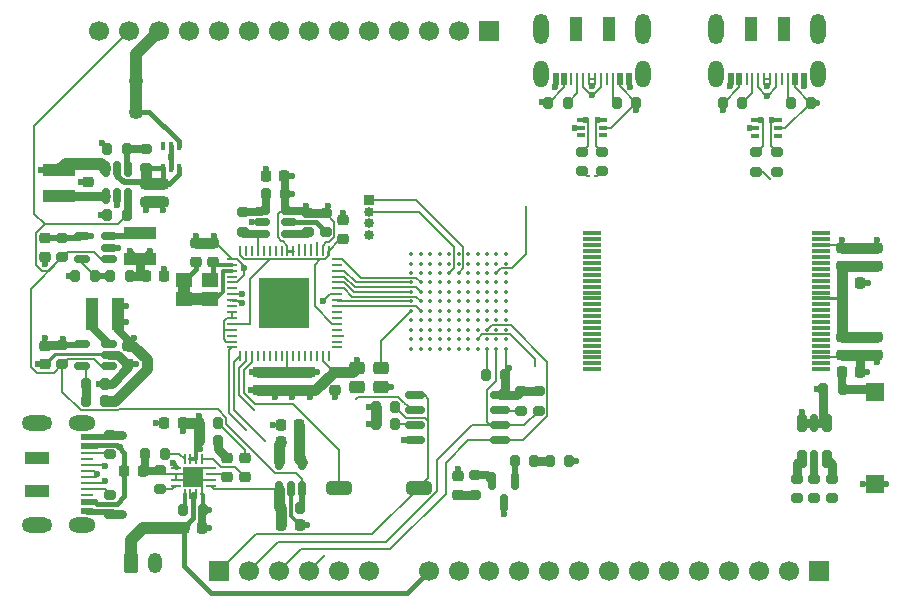
<source format=gbr>
%TF.GenerationSoftware,KiCad,Pcbnew,9.0.3*%
%TF.CreationDate,2025-10-10T02:21:22-04:00*%
%TF.ProjectId,sbc,7362632e-6b69-4636-9164-5f7063625858,rev?*%
%TF.SameCoordinates,Original*%
%TF.FileFunction,Copper,L1,Top*%
%TF.FilePolarity,Positive*%
%FSLAX46Y46*%
G04 Gerber Fmt 4.6, Leading zero omitted, Abs format (unit mm)*
G04 Created by KiCad (PCBNEW 9.0.3) date 2025-10-10 02:21:22*
%MOMM*%
%LPD*%
G01*
G04 APERTURE LIST*
G04 Aperture macros list*
%AMRoundRect*
0 Rectangle with rounded corners*
0 $1 Rounding radius*
0 $2 $3 $4 $5 $6 $7 $8 $9 X,Y pos of 4 corners*
0 Add a 4 corners polygon primitive as box body*
4,1,4,$2,$3,$4,$5,$6,$7,$8,$9,$2,$3,0*
0 Add four circle primitives for the rounded corners*
1,1,$1+$1,$2,$3*
1,1,$1+$1,$4,$5*
1,1,$1+$1,$6,$7*
1,1,$1+$1,$8,$9*
0 Add four rect primitives between the rounded corners*
20,1,$1+$1,$2,$3,$4,$5,0*
20,1,$1+$1,$4,$5,$6,$7,0*
20,1,$1+$1,$6,$7,$8,$9,0*
20,1,$1+$1,$8,$9,$2,$3,0*%
G04 Aperture macros list end*
%TA.AperFunction,SMDPad,CuDef*%
%ADD10RoundRect,0.200000X0.200000X0.275000X-0.200000X0.275000X-0.200000X-0.275000X0.200000X-0.275000X0*%
%TD*%
%TA.AperFunction,SMDPad,CuDef*%
%ADD11RoundRect,0.200000X0.275000X-0.200000X0.275000X0.200000X-0.275000X0.200000X-0.275000X-0.200000X0*%
%TD*%
%TA.AperFunction,SMDPad,CuDef*%
%ADD12RoundRect,0.225000X0.250000X-0.225000X0.250000X0.225000X-0.250000X0.225000X-0.250000X-0.225000X0*%
%TD*%
%TA.AperFunction,SMDPad,CuDef*%
%ADD13RoundRect,0.150000X-0.150000X0.587500X-0.150000X-0.587500X0.150000X-0.587500X0.150000X0.587500X0*%
%TD*%
%TA.AperFunction,SMDPad,CuDef*%
%ADD14R,2.000000X1.000000*%
%TD*%
%TA.AperFunction,SMDPad,CuDef*%
%ADD15R,1.000000X0.520000*%
%TD*%
%TA.AperFunction,SMDPad,CuDef*%
%ADD16R,1.000000X0.270000*%
%TD*%
%TA.AperFunction,HeatsinkPad*%
%ADD17O,2.300000X1.300000*%
%TD*%
%TA.AperFunction,HeatsinkPad*%
%ADD18O,2.600000X1.300000*%
%TD*%
%TA.AperFunction,SMDPad,CuDef*%
%ADD19RoundRect,0.200000X-0.200000X-0.275000X0.200000X-0.275000X0.200000X0.275000X-0.200000X0.275000X0*%
%TD*%
%TA.AperFunction,SMDPad,CuDef*%
%ADD20R,1.000000X2.700000*%
%TD*%
%TA.AperFunction,SMDPad,CuDef*%
%ADD21R,2.700000X1.000000*%
%TD*%
%TA.AperFunction,SMDPad,CuDef*%
%ADD22RoundRect,0.160000X-0.240000X0.565000X-0.240000X-0.565000X0.240000X-0.565000X0.240000X0.565000X0*%
%TD*%
%TA.AperFunction,SMDPad,CuDef*%
%ADD23RoundRect,0.120000X-0.180000X0.605000X-0.180000X-0.605000X0.180000X-0.605000X0.180000X0.605000X0*%
%TD*%
%TA.AperFunction,SMDPad,CuDef*%
%ADD24RoundRect,0.225000X-0.250000X0.225000X-0.250000X-0.225000X0.250000X-0.225000X0.250000X0.225000X0*%
%TD*%
%TA.AperFunction,SMDPad,CuDef*%
%ADD25RoundRect,0.200000X-0.275000X0.200000X-0.275000X-0.200000X0.275000X-0.200000X0.275000X0.200000X0*%
%TD*%
%TA.AperFunction,ComponentPad*%
%ADD26RoundRect,0.250000X-0.350000X-0.625000X0.350000X-0.625000X0.350000X0.625000X-0.350000X0.625000X0*%
%TD*%
%TA.AperFunction,ComponentPad*%
%ADD27O,1.200000X1.750000*%
%TD*%
%TA.AperFunction,SMDPad,CuDef*%
%ADD28RoundRect,0.225000X0.225000X0.250000X-0.225000X0.250000X-0.225000X-0.250000X0.225000X-0.250000X0*%
%TD*%
%TA.AperFunction,SMDPad,CuDef*%
%ADD29RoundRect,0.250000X-0.830000X-0.310000X0.830000X-0.310000X0.830000X0.310000X-0.830000X0.310000X0*%
%TD*%
%TA.AperFunction,SMDPad,CuDef*%
%ADD30RoundRect,0.150000X0.512500X0.150000X-0.512500X0.150000X-0.512500X-0.150000X0.512500X-0.150000X0*%
%TD*%
%TA.AperFunction,SMDPad,CuDef*%
%ADD31RoundRect,0.218750X0.256250X-0.218750X0.256250X0.218750X-0.256250X0.218750X-0.256250X-0.218750X0*%
%TD*%
%TA.AperFunction,SMDPad,CuDef*%
%ADD32RoundRect,0.150000X0.150000X-0.512500X0.150000X0.512500X-0.150000X0.512500X-0.150000X-0.512500X0*%
%TD*%
%TA.AperFunction,SMDPad,CuDef*%
%ADD33RoundRect,0.100000X-0.225000X-0.100000X0.225000X-0.100000X0.225000X0.100000X-0.225000X0.100000X0*%
%TD*%
%TA.AperFunction,SMDPad,CuDef*%
%ADD34RoundRect,0.062500X-0.337500X-0.062500X0.337500X-0.062500X0.337500X0.062500X-0.337500X0.062500X0*%
%TD*%
%TA.AperFunction,SMDPad,CuDef*%
%ADD35RoundRect,0.062500X-0.062500X-0.337500X0.062500X-0.337500X0.062500X0.337500X-0.062500X0.337500X0*%
%TD*%
%TA.AperFunction,HeatsinkPad*%
%ADD36R,4.350000X4.350000*%
%TD*%
%TA.AperFunction,SMDPad,CuDef*%
%ADD37R,1.500000X1.500000*%
%TD*%
%TA.AperFunction,SMDPad,CuDef*%
%ADD38RoundRect,0.150000X-0.512500X-0.150000X0.512500X-0.150000X0.512500X0.150000X-0.512500X0.150000X0*%
%TD*%
%TA.AperFunction,BGAPad,CuDef*%
%ADD39C,0.350000*%
%TD*%
%TA.AperFunction,SMDPad,CuDef*%
%ADD40R,1.400000X1.200000*%
%TD*%
%TA.AperFunction,SMDPad,CuDef*%
%ADD41R,1.000000X2.000000*%
%TD*%
%TA.AperFunction,SMDPad,CuDef*%
%ADD42R,0.520000X1.000000*%
%TD*%
%TA.AperFunction,SMDPad,CuDef*%
%ADD43R,0.270000X1.000000*%
%TD*%
%TA.AperFunction,HeatsinkPad*%
%ADD44O,1.300000X2.300000*%
%TD*%
%TA.AperFunction,HeatsinkPad*%
%ADD45O,1.300000X2.600000*%
%TD*%
%TA.AperFunction,SMDPad,CuDef*%
%ADD46RoundRect,0.218750X-0.256250X0.218750X-0.256250X-0.218750X0.256250X-0.218750X0.256250X0.218750X0*%
%TD*%
%TA.AperFunction,ComponentPad*%
%ADD47R,1.700000X1.700000*%
%TD*%
%TA.AperFunction,ComponentPad*%
%ADD48C,1.700000*%
%TD*%
%TA.AperFunction,SMDPad,CuDef*%
%ADD49RoundRect,0.162500X-0.650000X-0.162500X0.650000X-0.162500X0.650000X0.162500X-0.650000X0.162500X0*%
%TD*%
%TA.AperFunction,SMDPad,CuDef*%
%ADD50RoundRect,0.225000X-0.225000X-0.250000X0.225000X-0.250000X0.225000X0.250000X-0.225000X0.250000X0*%
%TD*%
%TA.AperFunction,SMDPad,CuDef*%
%ADD51RoundRect,0.218750X-0.218750X-0.256250X0.218750X-0.256250X0.218750X0.256250X-0.218750X0.256250X0*%
%TD*%
%TA.AperFunction,SMDPad,CuDef*%
%ADD52RoundRect,0.250000X-0.400000X-0.300000X0.400000X-0.300000X0.400000X0.300000X-0.400000X0.300000X0*%
%TD*%
%TA.AperFunction,SMDPad,CuDef*%
%ADD53RoundRect,0.218750X0.218750X0.256250X-0.218750X0.256250X-0.218750X-0.256250X0.218750X-0.256250X0*%
%TD*%
%TA.AperFunction,SMDPad,CuDef*%
%ADD54RoundRect,0.100000X-0.100000X0.225000X-0.100000X-0.225000X0.100000X-0.225000X0.100000X0.225000X0*%
%TD*%
%TA.AperFunction,SMDPad,CuDef*%
%ADD55RoundRect,0.075000X-0.712500X-0.075000X0.712500X-0.075000X0.712500X0.075000X-0.712500X0.075000X0*%
%TD*%
%TA.AperFunction,SMDPad,CuDef*%
%ADD56RoundRect,0.062500X0.062500X-0.350000X0.062500X0.350000X-0.062500X0.350000X-0.062500X-0.350000X0*%
%TD*%
%TA.AperFunction,SMDPad,CuDef*%
%ADD57RoundRect,0.062500X0.350000X-0.062500X0.350000X0.062500X-0.350000X0.062500X-0.350000X-0.062500X0*%
%TD*%
%TA.AperFunction,HeatsinkPad*%
%ADD58C,0.500000*%
%TD*%
%TA.AperFunction,HeatsinkPad*%
%ADD59R,1.680000X1.680000*%
%TD*%
%TA.AperFunction,ComponentPad*%
%ADD60R,0.850000X0.850000*%
%TD*%
%TA.AperFunction,ComponentPad*%
%ADD61C,0.850000*%
%TD*%
%TA.AperFunction,ViaPad*%
%ADD62C,0.300000*%
%TD*%
%TA.AperFunction,ViaPad*%
%ADD63C,0.600000*%
%TD*%
%TA.AperFunction,ViaPad*%
%ADD64C,1.250000*%
%TD*%
%TA.AperFunction,Conductor*%
%ADD65C,0.762000*%
%TD*%
%TA.AperFunction,Conductor*%
%ADD66C,0.200000*%
%TD*%
%TA.AperFunction,Conductor*%
%ADD67C,0.889000*%
%TD*%
%TA.AperFunction,Conductor*%
%ADD68C,0.254000*%
%TD*%
%TA.AperFunction,Conductor*%
%ADD69C,0.635000*%
%TD*%
%TA.AperFunction,Conductor*%
%ADD70C,0.330200*%
%TD*%
%TA.AperFunction,Conductor*%
%ADD71C,0.381000*%
%TD*%
%TA.AperFunction,Conductor*%
%ADD72C,0.508000*%
%TD*%
%TA.AperFunction,Conductor*%
%ADD73C,0.300000*%
%TD*%
%TA.AperFunction,Conductor*%
%ADD74C,1.016000*%
%TD*%
%TA.AperFunction,Conductor*%
%ADD75C,0.150000*%
%TD*%
G04 APERTURE END LIST*
D10*
%TO.P,R26,1*%
%TO.N,Net-(J7-CC2)*%
X148920000Y-84770000D03*
%TO.P,R26,2*%
%TO.N,USB_VBUS2*%
X147270000Y-84770000D03*
%TD*%
D11*
%TO.P,R21,1*%
%TO.N,EN*%
X106154000Y-106944600D03*
%TO.P,R21,2*%
%TO.N,V_SYS*%
X106154000Y-105294600D03*
%TD*%
%TO.P,R33,1*%
%TO.N,/FPGA + SRAM/LED_G*%
X168360000Y-118260000D03*
%TO.P,R33,2*%
%TO.N,Net-(D3-GK)*%
X168360000Y-116610000D03*
%TD*%
D10*
%TO.P,R23,1*%
%TO.N,Net-(J1-CC2)*%
X163720000Y-84770000D03*
%TO.P,R23,2*%
%TO.N,USB_VBUS2*%
X162070000Y-84770000D03*
%TD*%
D12*
%TO.P,C33,1*%
%TO.N,/FPGA + SRAM/SRAM/VCC*%
X173620000Y-98605000D03*
%TO.P,C33,2*%
%TO.N,GND*%
X173620000Y-97055000D03*
%TD*%
D13*
%TO.P,Q2,1,G*%
%TO.N,Net-(Q2-G)*%
X144460000Y-116815000D03*
%TO.P,Q2,2,S*%
%TO.N,Net-(Q2-S)*%
X142560000Y-116815000D03*
%TO.P,Q2,3,D*%
%TO.N,P3V3*%
X143510000Y-118690000D03*
%TD*%
D11*
%TO.P,R18,1*%
%TO.N,Net-(U3-~{HOLD}{slash}~{RESET}{slash}IO_{3})*%
X145000000Y-110860000D03*
%TO.P,R18,2*%
%TO.N,P3V3*%
X145000000Y-109210000D03*
%TD*%
D14*
%TO.P,J6,*%
%TO.N,*%
X104002500Y-114825000D03*
X104002500Y-117625000D03*
D15*
%TO.P,J6,A1,GND*%
%TO.N,GND*%
X108202500Y-113125000D03*
%TO.P,J6,A4,VBUS*%
%TO.N,USB_VBUS*%
X108202500Y-113875000D03*
D16*
%TO.P,J6,A5,CC1*%
%TO.N,Net-(J6-CC1)*%
X108202500Y-114475000D03*
%TO.P,J6,A6,D+*%
%TO.N,/USB/D1+*%
X108202500Y-115975000D03*
%TO.P,J6,A7,D-*%
%TO.N,/USB/D1-*%
X108202500Y-116975000D03*
%TO.P,J6,A8*%
%TO.N,N/C*%
X108202500Y-117975000D03*
D15*
%TO.P,J6,A9,VBUS*%
%TO.N,USB_VBUS*%
X108202500Y-118575000D03*
%TO.P,J6,A12,GND*%
%TO.N,GND*%
X108202500Y-119325000D03*
%TO.P,J6,B1,GND*%
X108202500Y-119325000D03*
%TO.P,J6,B4,VBUS*%
%TO.N,USB_VBUS*%
X108202500Y-118575000D03*
D16*
%TO.P,J6,B5,CC2*%
%TO.N,Net-(J6-CC2)*%
X108202500Y-117475000D03*
%TO.P,J6,B6,D+*%
%TO.N,/USB/D1+*%
X108202500Y-116475000D03*
%TO.P,J6,B7,D-*%
%TO.N,/USB/D1-*%
X108202500Y-115475000D03*
%TO.P,J6,B8*%
%TO.N,N/C*%
X108202500Y-114975000D03*
D15*
%TO.P,J6,B9,VBUS*%
%TO.N,USB_VBUS*%
X108202500Y-113875000D03*
%TO.P,J6,B12,GND*%
%TO.N,GND*%
X108202500Y-113125000D03*
D17*
%TO.P,J6,S1,SHIELD*%
%TO.N,Net-(J6-SHIELD)*%
X107827500Y-111905000D03*
D18*
X104002500Y-111905000D03*
D17*
X107827500Y-120545000D03*
D18*
X104002500Y-120545000D03*
%TD*%
D12*
%TO.P,C40,1*%
%TO.N,P3V3*%
X124170000Y-109100000D03*
%TO.P,C40,2*%
%TO.N,GND*%
X124170000Y-107550000D03*
%TD*%
D19*
%TO.P,R53,1*%
%TO.N,Net-(U9-TS)*%
X116400000Y-119300000D03*
%TO.P,R53,2*%
%TO.N,GND*%
X118050000Y-119300000D03*
%TD*%
D20*
%TO.P,L1,1,1*%
%TO.N,Net-(U11-SW)*%
X108686500Y-102679600D03*
%TO.P,L1,2,2*%
%TO.N,P3V3*%
X110886500Y-102679600D03*
%TD*%
D21*
%TO.P,L2,1,1*%
%TO.N,Net-(U1-SW)*%
X112725200Y-95801200D03*
%TO.P,L2,2,2*%
%TO.N,P1V2*%
X112725200Y-98001200D03*
%TD*%
D22*
%TO.P,D3,1,BA*%
%TO.N,P3V3*%
X170860000Y-111875000D03*
D23*
%TO.P,D3,2,RA*%
X169810000Y-111875000D03*
D22*
%TO.P,D3,3,GA*%
X168760000Y-111875000D03*
%TO.P,D3,4,GK*%
%TO.N,Net-(D3-GK)*%
X168760000Y-114925000D03*
D23*
%TO.P,D3,5,RK*%
%TO.N,Net-(D3-RK)*%
X169810000Y-114925000D03*
D22*
%TO.P,D3,6,BK*%
%TO.N,Net-(D3-BK)*%
X170860000Y-114925000D03*
%TD*%
D24*
%TO.P,C16,1*%
%TO.N,V_SYS*%
X108351600Y-89957400D03*
%TO.P,C16,2*%
%TO.N,GND*%
X108351600Y-91507400D03*
%TD*%
D25*
%TO.P,R35,1*%
%TO.N,/USB/D2+*%
X151870000Y-88949200D03*
%TO.P,R35,2*%
%TO.N,/FPGA + SRAM/USB2_DP*%
X151870000Y-90599200D03*
%TD*%
D12*
%TO.P,C55,1*%
%TO.N,/FPGA + SRAM/SRAM/VCC*%
X175090000Y-98605000D03*
%TO.P,C55,2*%
%TO.N,GND*%
X175090000Y-97055000D03*
%TD*%
D19*
%TO.P,R24,1*%
%TO.N,Net-(J1-CC1)*%
X167870000Y-84770000D03*
%TO.P,R24,2*%
%TO.N,USB_VBUS2*%
X169520000Y-84770000D03*
%TD*%
D26*
%TO.P,J3,1,Pin_1*%
%TO.N,V_BAT*%
X111970000Y-123710000D03*
D27*
%TO.P,J3,2,Pin_2*%
%TO.N,GND*%
X113970000Y-123710000D03*
%TD*%
D28*
%TO.P,C4,1*%
%TO.N,V_SYS*%
X116330000Y-111940000D03*
%TO.P,C4,2*%
%TO.N,GND*%
X114780000Y-111940000D03*
%TD*%
D11*
%TO.P,R10,1*%
%TO.N,Net-(J6-CC1)*%
X110212500Y-114555000D03*
%TO.P,R10,2*%
%TO.N,GND*%
X110212500Y-112905000D03*
%TD*%
D29*
%TO.P,JP2,1,A*%
%TO.N,/FPGA + SRAM/SPI_CNFG_CS_B*%
X129578600Y-117398800D03*
%TO.P,JP2,2,B*%
%TO.N,/FPGA + SRAM/FPGA/SPI_CNFG_CS*%
X136308600Y-117398800D03*
%TD*%
D11*
%TO.P,R16,1*%
%TO.N,/FPGA + SRAM/FPGA/SPI_CNFG_SCK*%
X146460000Y-110870000D03*
%TO.P,R16,2*%
%TO.N,P3V3*%
X146460000Y-109220000D03*
%TD*%
D30*
%TO.P,U11,1,EN*%
%TO.N,EN*%
X110094000Y-107074600D03*
%TO.P,U11,2,GND*%
%TO.N,GND*%
X110094000Y-106124600D03*
%TO.P,U11,3,SW*%
%TO.N,Net-(U11-SW)*%
X110094000Y-105174600D03*
%TO.P,U11,4,VIN*%
%TO.N,V_SYS*%
X107819000Y-105174600D03*
%TO.P,U11,5,FB*%
%TO.N,Net-(U11-FB)*%
X107819000Y-107074600D03*
%TD*%
D31*
%TO.P,D6,1,K*%
%TO.N,Net-(D6-K)*%
X121570000Y-116435000D03*
%TO.P,D6,2,A*%
%TO.N,Net-(D6-A)*%
X121570000Y-114860000D03*
%TD*%
D30*
%TO.P,U1,1,EN*%
%TO.N,EN*%
X110063200Y-97993200D03*
%TO.P,U1,2,GND*%
%TO.N,GND*%
X110063200Y-97043200D03*
%TO.P,U1,3,SW*%
%TO.N,Net-(U1-SW)*%
X110063200Y-96093200D03*
%TO.P,U1,4,VIN*%
%TO.N,V_SYS*%
X107788200Y-96093200D03*
%TO.P,U1,5,FB*%
%TO.N,Net-(U1-FB)*%
X107788200Y-97993200D03*
%TD*%
D32*
%TO.P,U4,1,SW*%
%TO.N,Net-(U4-SW)*%
X109831600Y-92647400D03*
%TO.P,U4,2,GND*%
%TO.N,GND*%
X110781600Y-92647400D03*
%TO.P,U4,3,EN*%
%TO.N,EN*%
X111731600Y-92647400D03*
%TO.P,U4,4,V_{FB}*%
%TO.N,Net-(U4-V_{FB})*%
X111731600Y-90372400D03*
%TO.P,U4,5,V_{OUT}*%
%TO.N,P5V*%
X110781600Y-90372400D03*
%TO.P,U4,6,V_{IN}*%
%TO.N,V_SYS*%
X109831600Y-90372400D03*
%TD*%
D19*
%TO.P,R13,1*%
%TO.N,GND*%
X107223200Y-99473200D03*
%TO.P,R13,2*%
%TO.N,Net-(U1-FB)*%
X108873200Y-99473200D03*
%TD*%
D24*
%TO.P,C41,1*%
%TO.N,/FPGA + SRAM/SRAM/VCC*%
X173620000Y-104580000D03*
%TO.P,C41,2*%
%TO.N,GND*%
X173620000Y-106130000D03*
%TD*%
D10*
%TO.P,R9,1*%
%TO.N,GND*%
X109764000Y-108559600D03*
%TO.P,R9,2*%
%TO.N,Net-(U11-FB)*%
X108114000Y-108559600D03*
%TD*%
D19*
%TO.P,R48,1*%
%TO.N,Net-(U7-DO)*%
X123350000Y-92479600D03*
%TO.P,R48,2*%
%TO.N,P3V3*%
X125000000Y-92479600D03*
%TD*%
D33*
%TO.P,U14,1*%
%TO.N,/USB/D3-*%
X164830000Y-86279200D03*
%TO.P,U14,2*%
%TO.N,GND*%
X164830000Y-86929200D03*
%TO.P,U14,3*%
%TO.N,unconnected-(U14-Pad3)*%
X164830000Y-87579200D03*
%TO.P,U14,4*%
%TO.N,unconnected-(U14-Pad4)*%
X166730000Y-87579200D03*
%TO.P,U14,5*%
%TO.N,USB_VBUS2*%
X166730000Y-86929200D03*
%TO.P,U14,6*%
%TO.N,/USB/D3+*%
X166730000Y-86279200D03*
%TD*%
D34*
%TO.P,U8,1,GND*%
%TO.N,GND*%
X120500000Y-98000000D03*
%TO.P,U8,2,OSCI*%
%TO.N,Net-(U8-OSCI)*%
X120500000Y-98500000D03*
%TO.P,U8,3,OSCO*%
%TO.N,Net-(U8-OSCO)*%
X120500000Y-99000000D03*
%TO.P,U8,4,VPHY*%
%TO.N,Net-(U8-VPHY)*%
X120500000Y-99500000D03*
%TO.P,U8,5,GND*%
%TO.N,GND*%
X120500000Y-100000000D03*
%TO.P,U8,6,REF*%
%TO.N,Net-(U8-REF)*%
X120500000Y-100500000D03*
%TO.P,U8,7,DM*%
%TO.N,/USB/D1-*%
X120500000Y-101000000D03*
%TO.P,U8,8,DP*%
%TO.N,/USB/D1+*%
X120500000Y-101500000D03*
%TO.P,U8,9,VPLL*%
%TO.N,Net-(U8-VPLL)*%
X120500000Y-102000000D03*
%TO.P,U8,10,AGND*%
%TO.N,GND*%
X120500000Y-102500000D03*
%TO.P,U8,11,GND*%
X120500000Y-103000000D03*
%TO.P,U8,12,VCORE*%
%TO.N,/USB/1.8V*%
X120500000Y-103500000D03*
%TO.P,U8,13,TEST*%
%TO.N,GND*%
X120500000Y-104000000D03*
%TO.P,U8,14,~{RESET}*%
%TO.N,Net-(U8-~{RESET})*%
X120500000Y-104500000D03*
%TO.P,U8,15,GND*%
%TO.N,GND*%
X120500000Y-105000000D03*
%TO.P,U8,16,ADBUS0*%
%TO.N,/FPGA + SRAM/FPGA/SPI_CNFG_SCK*%
X120500000Y-105500000D03*
D35*
%TO.P,U8,17,ADBUS1*%
%TO.N,/FPGA + SRAM/FPGA/SPI_CNFG_DI*%
X121200000Y-106200000D03*
%TO.P,U8,18,ADBUS2*%
%TO.N,/FPGA + SRAM/FPGA/SPI_CNFG_DO*%
X121700000Y-106200000D03*
%TO.P,U8,19,ADBUS3*%
%TO.N,/FPGA + SRAM/SPI_CNFG_CS_B*%
X122200000Y-106200000D03*
%TO.P,U8,20,VCCIO*%
%TO.N,P3V3*%
X122700000Y-106200000D03*
%TO.P,U8,21,ADBUS4*%
%TO.N,unconnected-(U8-ADBUS4-Pad21)*%
X123200000Y-106200000D03*
%TO.P,U8,22,ADBUS5*%
%TO.N,unconnected-(U8-ADBUS5-Pad22)*%
X123700000Y-106200000D03*
%TO.P,U8,23,ADBUS6*%
%TO.N,unconnected-(U8-ADBUS6-Pad23)*%
X124200000Y-106200000D03*
%TO.P,U8,24,ADBUS7*%
%TO.N,unconnected-(U8-ADBUS7-Pad24)*%
X124700000Y-106200000D03*
%TO.P,U8,25,GND*%
%TO.N,GND*%
X125200000Y-106200000D03*
%TO.P,U8,26,ACBUS0*%
%TO.N,unconnected-(U8-ACBUS0-Pad26)*%
X125700000Y-106200000D03*
%TO.P,U8,27,ACBUS1*%
%TO.N,unconnected-(U8-ACBUS1-Pad27)*%
X126200000Y-106200000D03*
%TO.P,U8,28,ACBUS2*%
%TO.N,unconnected-(U8-ACBUS2-Pad28)*%
X126700000Y-106200000D03*
%TO.P,U8,29,ACBUS3*%
%TO.N,unconnected-(U8-ACBUS3-Pad29)*%
X127200000Y-106200000D03*
%TO.P,U8,30,ACBUS4*%
%TO.N,unconnected-(U8-ACBUS4-Pad30)*%
X127700000Y-106200000D03*
%TO.P,U8,31,VCCIO*%
%TO.N,P3V3*%
X128200000Y-106200000D03*
%TO.P,U8,32,ACBUS5*%
%TO.N,unconnected-(U8-ACBUS5-Pad32)*%
X128700000Y-106200000D03*
D34*
%TO.P,U8,33,ACBUS6*%
%TO.N,unconnected-(U8-ACBUS6-Pad33)*%
X129400000Y-105500000D03*
%TO.P,U8,34,ACBUS7*%
%TO.N,unconnected-(U8-ACBUS7-Pad34)*%
X129400000Y-105000000D03*
%TO.P,U8,35,GND*%
%TO.N,GND*%
X129400000Y-104500000D03*
%TO.P,U8,36,~{SUSPEND}*%
%TO.N,unconnected-(U8-~{SUSPEND}-Pad36)*%
X129400000Y-104000000D03*
%TO.P,U8,37,VCORE*%
%TO.N,/USB/1.8V*%
X129400000Y-103500000D03*
%TO.P,U8,38,BDBUS0*%
%TO.N,/FPGA + SRAM/FIFO0*%
X129400000Y-103000000D03*
%TO.P,U8,39,BDBUS1*%
%TO.N,/FPGA + SRAM/FIFO1*%
X129400000Y-102500000D03*
%TO.P,U8,40,BDBUS2*%
%TO.N,/FPGA + SRAM/FIFO2*%
X129400000Y-102000000D03*
%TO.P,U8,41,BDBUS3*%
%TO.N,/FPGA + SRAM/FIFO3*%
X129400000Y-101500000D03*
%TO.P,U8,42,VCCIO*%
%TO.N,P3V3*%
X129400000Y-101000000D03*
%TO.P,U8,43,BDBUS4*%
%TO.N,/FPGA + SRAM/FIFO4*%
X129400000Y-100500000D03*
%TO.P,U8,44,BDBUS5*%
%TO.N,/FPGA + SRAM/FIFO5*%
X129400000Y-100000000D03*
%TO.P,U8,45,BDBUS6*%
%TO.N,/FPGA + SRAM/FIFO6*%
X129400000Y-99500000D03*
%TO.P,U8,46,BDBUS7*%
%TO.N,/FPGA + SRAM/FIFO7*%
X129400000Y-99000000D03*
%TO.P,U8,47,GND*%
%TO.N,GND*%
X129400000Y-98500000D03*
%TO.P,U8,48,BCBUS0*%
%TO.N,/FPGA + SRAM/FIFO_RXF_B*%
X129400000Y-98000000D03*
D35*
%TO.P,U8,49,VREGOUT*%
%TO.N,/USB/1.8V*%
X128700000Y-97300000D03*
%TO.P,U8,50,VREGIN*%
%TO.N,P3V3*%
X128200000Y-97300000D03*
%TO.P,U8,51,GND*%
%TO.N,GND*%
X127700000Y-97300000D03*
%TO.P,U8,52,BCBUS1*%
%TO.N,/FPGA + SRAM/FIFO_TXE_B*%
X127200000Y-97300000D03*
%TO.P,U8,53,BCBUS2*%
%TO.N,/FPGA + SRAM/FIFO_RD_B*%
X126700000Y-97300000D03*
%TO.P,U8,54,BCBUS3*%
%TO.N,/FPGA + SRAM/FIFO_WR_B*%
X126200000Y-97300000D03*
%TO.P,U8,55,BCBUS4*%
%TO.N,P3V3*%
X125700000Y-97300000D03*
%TO.P,U8,56,VCCIO*%
X125200000Y-97300000D03*
%TO.P,U8,57,BCBUS5*%
%TO.N,unconnected-(U8-BCBUS5-Pad57)*%
X124700000Y-97300000D03*
%TO.P,U8,58,BCBUS6*%
%TO.N,unconnected-(U8-BCBUS6-Pad58)*%
X124200000Y-97300000D03*
%TO.P,U8,59,BCBUS7*%
%TO.N,unconnected-(U8-BCBUS7-Pad59)*%
X123700000Y-97300000D03*
%TO.P,U8,60,~{PWREN}*%
%TO.N,unconnected-(U8-~{PWREN}-Pad60)*%
X123200000Y-97300000D03*
%TO.P,U8,61,EEDATA*%
%TO.N,Net-(U7-DI)*%
X122700000Y-97300000D03*
%TO.P,U8,62,EECLK*%
%TO.N,Net-(U7-CLK)*%
X122200000Y-97300000D03*
%TO.P,U8,63,EECS*%
%TO.N,Net-(U7-CS)*%
X121700000Y-97300000D03*
%TO.P,U8,64,VCORE*%
%TO.N,/USB/1.8V*%
X121200000Y-97300000D03*
D36*
%TO.P,U8,65,GND*%
%TO.N,GND*%
X124950000Y-101750000D03*
%TD*%
D12*
%TO.P,C42,1*%
%TO.N,P3V3*%
X125630000Y-109100000D03*
%TO.P,C42,2*%
%TO.N,GND*%
X125630000Y-107550000D03*
%TD*%
D11*
%TO.P,R5,1*%
%TO.N,Net-(U9-ISET)*%
X114377500Y-117515000D03*
%TO.P,R5,2*%
%TO.N,GND*%
X114377500Y-115865000D03*
%TD*%
D24*
%TO.P,C15,1*%
%TO.N,/FPGA + SRAM/SRAM/VCC*%
X175080000Y-104580000D03*
%TO.P,C15,2*%
%TO.N,GND*%
X175080000Y-106130000D03*
%TD*%
D37*
%TO.P,SW1,1,1*%
%TO.N,GND*%
X174910000Y-117090000D03*
%TO.P,SW1,2,2*%
%TO.N,/FPGA + SRAM/USR_BTN1*%
X174910000Y-109290000D03*
%TD*%
D11*
%TO.P,R50,1*%
%TO.N,Net-(U7-CS)*%
X128430000Y-95739600D03*
%TO.P,R50,2*%
%TO.N,P3V3*%
X128430000Y-94089600D03*
%TD*%
%TO.P,R49,1*%
%TO.N,Net-(U7-CLK)*%
X126970000Y-95734600D03*
%TO.P,R49,2*%
%TO.N,P3V3*%
X126970000Y-94084600D03*
%TD*%
D10*
%TO.P,R17,1*%
%TO.N,Net-(U3-~{WP}{slash}IO_{2})*%
X134310000Y-112000000D03*
%TO.P,R17,2*%
%TO.N,P3V3*%
X132660000Y-112000000D03*
%TD*%
D12*
%TO.P,C37,1*%
%TO.N,Net-(U8-OSCO)*%
X117468800Y-98230000D03*
%TO.P,C37,2*%
%TO.N,GND*%
X117468800Y-96680000D03*
%TD*%
D19*
%TO.P,R27,1*%
%TO.N,Net-(J7-CC1)*%
X153100000Y-84770000D03*
%TO.P,R27,2*%
%TO.N,USB_VBUS2*%
X154750000Y-84770000D03*
%TD*%
D10*
%TO.P,R4,1*%
%TO.N,Net-(U9-ILIM)*%
X114832500Y-114485000D03*
%TO.P,R4,2*%
%TO.N,GND*%
X113182500Y-114485000D03*
%TD*%
D38*
%TO.P,U7,1,DO*%
%TO.N,Net-(U7-DO)*%
X123042500Y-93959600D03*
%TO.P,U7,2,GND*%
%TO.N,GND*%
X123042500Y-94909600D03*
%TO.P,U7,3,DI*%
%TO.N,Net-(U7-DI)*%
X123042500Y-95859600D03*
%TO.P,U7,4,CLK*%
%TO.N,Net-(U7-CLK)*%
X125317500Y-95859600D03*
%TO.P,U7,5,CS*%
%TO.N,Net-(U7-CS)*%
X125317500Y-94909600D03*
%TO.P,U7,6,VCC*%
%TO.N,P3V3*%
X125317500Y-93959600D03*
%TD*%
D39*
%TO.P,U2,A1,IOT_225*%
%TO.N,/FPGA + SRAM/IO_T9*%
X135700000Y-97600000D03*
%TO.P,U2,A2,IOT_222*%
%TO.N,/FPGA + SRAM/IO_T7*%
X136500000Y-97600000D03*
%TO.P,U2,A3,IOT_223*%
%TO.N,/FPGA + SRAM/IO_T5*%
X137300000Y-97600000D03*
%TO.P,U2,A4,IOT_211*%
%TO.N,/FPGA + SRAM/IO_T3*%
X138100000Y-97600000D03*
%TO.P,U2,A5,IOT_207*%
%TO.N,/FPGA + SRAM/FPGA/A16*%
X138900000Y-97600000D03*
%TO.P,U2,A6,IOT_206*%
%TO.N,/FPGA + SRAM/FPGA/DQ15*%
X139700000Y-97600000D03*
%TO.P,U2,A7,IOT_192*%
%TO.N,/FPGA + SRAM/FPGA/DQ7*%
X140500000Y-97600000D03*
%TO.P,U2,A8,IOT_190*%
%TO.N,/FPGA + SRAM/FPGA/A15*%
X141300000Y-97600000D03*
%TO.P,U2,A9,IOT_178*%
%TO.N,/FPGA + SRAM/FPGA/A14*%
X142100000Y-97600000D03*
%TO.P,U2,A10,IOT_170*%
%TO.N,/FPGA + SRAM/FPGA/A13*%
X142900000Y-97600000D03*
%TO.P,U2,A11,IOT_168*%
%TO.N,/FPGA + SRAM/FPGA/A12*%
X143700000Y-97600000D03*
%TO.P,U2,B1,IOL_2A*%
%TO.N,/FPGA + SRAM/USB2_DN*%
X135700000Y-98400000D03*
%TO.P,U2,B2,IOL_2B*%
%TO.N,/FPGA + SRAM/USB2_DP*%
X136500000Y-98400000D03*
%TO.P,U2,B3,IOT_221*%
%TO.N,/FPGA + SRAM/IO_T6*%
X137300000Y-98400000D03*
%TO.P,U2,B4,IOT_219*%
%TO.N,/FPGA + SRAM/IO_T4*%
X138100000Y-98400000D03*
%TO.P,U2,B5,IOT_208*%
%TO.N,/FPGA + SRAM/IO_T2*%
X138900000Y-98400000D03*
%TO.P,U2,B6,IOT_198_GBIN0*%
%TO.N,/FPGA + SRAM/IO_T1*%
X139700000Y-98400000D03*
%TO.P,U2,B7,IOT_197_GBIN1*%
%TO.N,/FPGA + SRAM/FPGA/DQ14*%
X140500000Y-98400000D03*
%TO.P,U2,B8,IOT_177*%
%TO.N,/FPGA + SRAM/FPGA/DQ6*%
X141300000Y-98400000D03*
%TO.P,U2,B9,IOT_174*%
%TO.N,/FPGA + SRAM/FPGA/A11*%
X142100000Y-98400000D03*
%TO.P,U2,B10,VPP_FAST*%
%TO.N,/FPGA + SRAM/FPGA/F*%
X142900000Y-98400000D03*
%TO.P,U2,B11,IOR_161*%
%TO.N,/FPGA + SRAM/FPGA/A10*%
X143700000Y-98400000D03*
%TO.P,U2,C1,IOL_5B*%
%TO.N,/FPGA + SRAM/IO_T10*%
X135700000Y-99200000D03*
%TO.P,U2,C2,IOL_5A*%
%TO.N,/FPGA + SRAM/IO_T8*%
X136500000Y-99200000D03*
%TO.P,U2,C3,IOL_4B*%
%TO.N,/FPGA + SRAM/USB3_DP*%
X137300000Y-99200000D03*
%TO.P,U2,C4,IOL_4A*%
%TO.N,/FPGA + SRAM/USB3_DN*%
X138100000Y-99200000D03*
%TO.P,U2,C5,GNDPLL1*%
%TO.N,EXT_PLL2N*%
X138900000Y-99200000D03*
%TO.P,U2,C6,VCCPLL1*%
%TO.N,EXT_PLL2P*%
X139700000Y-99200000D03*
%TO.P,U2,C7,IOT_191*%
%TO.N,/FPGA + SRAM/FPGA/DQ13*%
X140500000Y-99200000D03*
%TO.P,U2,C8,IOT_179*%
%TO.N,/FPGA + SRAM/FPGA/DQ5*%
X141300000Y-99200000D03*
%TO.P,U2,C9,IOT_172*%
%TO.N,/FPGA + SRAM/FPGA/A9*%
X142100000Y-99200000D03*
%TO.P,U2,C10,VPP_2V5*%
%TO.N,P2V5*%
X142900000Y-99200000D03*
%TO.P,U2,C11,IOR_160*%
%TO.N,/FPGA + SRAM/FPGA/A8*%
X143700000Y-99200000D03*
%TO.P,U2,D1,IOL_8B*%
%TO.N,/FPGA + SRAM/FIFO7*%
X135700000Y-100000000D03*
%TO.P,U2,D2,IOL_9A*%
%TO.N,/FPGA + SRAM/FIFO_RXF_B*%
X136500000Y-100000000D03*
%TO.P,U2,D3,IOL_9B*%
%TO.N,/FPGA + SRAM/SD_DAT0*%
X137300000Y-100000000D03*
%TO.P,U2,D4,VCC*%
%TO.N,P1V2*%
X138100000Y-100000000D03*
%TO.P,U2,D5,IOT_212*%
%TO.N,/FPGA + SRAM/SD_DAT1*%
X138900000Y-100000000D03*
%TO.P,U2,D6,VCCIO_0*%
%TO.N,P3V3*%
X139700000Y-100000000D03*
%TO.P,U2,D7,IOT_181*%
%TO.N,/FPGA + SRAM/FPGA/DQ12*%
X140500000Y-100000000D03*
%TO.P,U2,D8,VCC*%
%TO.N,P1V2*%
X141300000Y-100000000D03*
%TO.P,U2,D9,IOR_147*%
%TO.N,/FPGA + SRAM/FPGA/DQ4*%
X142100000Y-100000000D03*
%TO.P,U2,D10,IOR_154*%
%TO.N,/FPGA + SRAM/FPGA/A19*%
X142900000Y-100000000D03*
%TO.P,U2,D11,IOR_152*%
%TO.N,/FPGA + SRAM/FPGA/SRAM_WE_B*%
X143700000Y-100000000D03*
%TO.P,U2,E1,IOL_8A*%
%TO.N,/FPGA + SRAM/FIFO5*%
X135700000Y-100800000D03*
%TO.P,U2,E2,IOL_10A*%
%TO.N,/FPGA + SRAM/FIFO6*%
X136500000Y-100800000D03*
%TO.P,U2,E3,IOL_10B*%
%TO.N,/FPGA + SRAM/SD_CLK*%
X137300000Y-100800000D03*
%TO.P,U2,E4,VCCIO_3*%
%TO.N,P3V3*%
X138100000Y-100800000D03*
%TO.P,U2,E5,GND*%
%TO.N,GND*%
X138900000Y-100800000D03*
%TO.P,U2,E6,GND*%
X139700000Y-100800000D03*
%TO.P,U2,E7,GND*%
X140500000Y-100800000D03*
%TO.P,U2,E8,IOR_146*%
%TO.N,/FPGA + SRAM/FPGA/DQ3*%
X141300000Y-100800000D03*
%TO.P,U2,E9,IOR_144*%
%TO.N,/FPGA + SRAM/FPGA/DQ11*%
X142100000Y-100800000D03*
%TO.P,U2,E10,IOR_141_GBIN2*%
%TO.N,/FPGA + SRAM/FPGA/SRAM_UB_B*%
X142900000Y-100800000D03*
%TO.P,U2,E11,IOR_148*%
%TO.N,/FPGA + SRAM/FPGA/SRAM_CE2*%
X143700000Y-100800000D03*
%TO.P,U2,F1,IOL_12A*%
%TO.N,/FPGA + SRAM/FIFO3*%
X135700000Y-101600000D03*
%TO.P,U2,F2,IOL_12B*%
%TO.N,/FPGA + SRAM/FIFO4*%
X136500000Y-101600000D03*
%TO.P,U2,F3,IOL_13B_GBIN7*%
%TO.N,/FPGA + SRAM/SD_DAT3*%
X137300000Y-101600000D03*
%TO.P,U2,F4,IOL_13A*%
%TO.N,/SD MMC/SD_CMD*%
X138100000Y-101600000D03*
%TO.P,U2,F5,GND*%
%TO.N,GND*%
X138900000Y-101600000D03*
%TO.P,U2,F6,GND*%
X139700000Y-101600000D03*
%TO.P,U2,F7,GND*%
X140500000Y-101600000D03*
%TO.P,U2,F8,VCCIO_1*%
%TO.N,P3V3*%
X141300000Y-101600000D03*
%TO.P,U2,F9,IOR_137*%
%TO.N,/FPGA + SRAM/FPGA/DQ10*%
X142100000Y-101600000D03*
%TO.P,U2,F10,IOR_136*%
%TO.N,/FPGA + SRAM/FPGA/A18*%
X142900000Y-101600000D03*
%TO.P,U2,F11,IOR_140_GBIN3*%
%TO.N,/FPGA + SRAM/FPGA/SRAM_LB_B*%
X143700000Y-101600000D03*
%TO.P,U2,G1,IOL_14A_GBIN6*%
%TO.N,CLK*%
X135700000Y-102400000D03*
%TO.P,U2,G2,IOL_14B*%
%TO.N,/FPGA + SRAM/FIFO2*%
X136500000Y-102400000D03*
%TO.P,U2,G3,IOL_17A*%
%TO.N,/FPGA + SRAM/SD_DAT2*%
X137300000Y-102400000D03*
%TO.P,U2,G4,VCCIO_3*%
%TO.N,P3V3*%
X138100000Y-102400000D03*
%TO.P,U2,G5,GND*%
%TO.N,GND*%
X138900000Y-102400000D03*
%TO.P,U2,G6,GND*%
X139700000Y-102400000D03*
%TO.P,U2,G7,GND*%
X140500000Y-102400000D03*
%TO.P,U2,G8,IOR_118*%
%TO.N,/FPGA + SRAM/FPGA/DQ9*%
X141300000Y-102400000D03*
%TO.P,U2,G9,IOR_128*%
%TO.N,/FPGA + SRAM/FPGA/DQ2*%
X142100000Y-102400000D03*
%TO.P,U2,G10,IOR_120*%
%TO.N,/FPGA + SRAM/FPGA/A7*%
X142900000Y-102400000D03*
%TO.P,U2,G11,IOR_129*%
%TO.N,/FPGA + SRAM/FPGA/A17*%
X143700000Y-102400000D03*
%TO.P,U2,H1,IOL_18A*%
%TO.N,/FPGA + SRAM/FIFO0*%
X135700000Y-103200000D03*
%TO.P,U2,H2,IOL_18B*%
%TO.N,/FPGA + SRAM/FIFO1*%
X136500000Y-103200000D03*
%TO.P,U2,H3,IOL_17B*%
%TO.N,/FPGA + SRAM/FIFO_TXE_B*%
X137300000Y-103200000D03*
%TO.P,U2,H4,VCC*%
%TO.N,P1V2*%
X138100000Y-103200000D03*
%TO.P,U2,H5,GND*%
%TO.N,GND*%
X138900000Y-103200000D03*
%TO.P,U2,H6,VCCIO_2*%
%TO.N,P3V3*%
X139700000Y-103200000D03*
%TO.P,U2,H7,IOB_87*%
%TO.N,/FPGA + SRAM/FPGA/DQ8*%
X140500000Y-103200000D03*
%TO.P,U2,H8,VCC*%
%TO.N,P1V2*%
X141300000Y-103200000D03*
%TO.P,U2,H9,IOB_104_CBSEL1*%
%TO.N,/FPGA + SRAM/FPGA/DQ1*%
X142100000Y-103200000D03*
%TO.P,U2,H10,IOR_116*%
%TO.N,/FPGA + SRAM/FPGA/A5*%
X142900000Y-103200000D03*
%TO.P,U2,H11,IOR_119*%
%TO.N,/FPGA + SRAM/FPGA/A6*%
X143700000Y-103200000D03*
%TO.P,U2,J1,IOL_23A*%
%TO.N,/FPGA + SRAM/FIFO_WR_B*%
X135700000Y-104000000D03*
%TO.P,U2,J2,IOL_25B*%
%TO.N,/FPGA + SRAM/LED_R*%
X136500000Y-104000000D03*
%TO.P,U2,J3,IOB_57*%
%TO.N,/FPGA + SRAM/LED_G*%
X137300000Y-104000000D03*
%TO.P,U2,J4,IOB_64*%
%TO.N,/FPGA + SRAM/USR_BTN1*%
X138100000Y-104000000D03*
%TO.P,U2,J5,IOB_78*%
%TO.N,/FPGA + SRAM/FIFO_RD_B*%
X138900000Y-104000000D03*
%TO.P,U2,J6,VCCPLL0*%
%TO.N,EXT_PLL1P*%
X139700000Y-104000000D03*
%TO.P,U2,J7,IOB_86*%
%TO.N,/FPGA + SRAM/FPGA/SRAM_OE_B*%
X140500000Y-104000000D03*
%TO.P,U2,J8,IOB_91*%
%TO.N,/FPGA + SRAM/FPGA/DQ0*%
X141300000Y-104000000D03*
%TO.P,U2,J9,IOB_106_SDI*%
%TO.N,/FPGA + SRAM/FPGA/SPI_CNFG_DI*%
X142100000Y-104000000D03*
%TO.P,U2,J10,IOR_117*%
%TO.N,/FPGA + SRAM/FPGA/A3*%
X142900000Y-104000000D03*
%TO.P,U2,J11,IOR_114*%
%TO.N,/FPGA + SRAM/FPGA/A4*%
X143700000Y-104000000D03*
%TO.P,U2,K1,IOL_23B*%
%TO.N,/FPGA + SRAM/LED_B*%
X135700000Y-104800000D03*
%TO.P,U2,K2,IOL_25A*%
%TO.N,/FPGA + SRAM/IO_B8*%
X136500000Y-104800000D03*
%TO.P,U2,K3,IOB_63*%
%TO.N,/FPGA + SRAM/IO_B6*%
X137300000Y-104800000D03*
%TO.P,U2,K4,IOB_73*%
%TO.N,/FPGA + SRAM/IO_B4*%
X138100000Y-104800000D03*
%TO.P,U2,K5,IOB_79*%
%TO.N,/FPGA + SRAM/IO_B2*%
X138900000Y-104800000D03*
%TO.P,U2,K6,IOB_82_GBIN4*%
%TO.N,/FPGA + SRAM/IO_B1*%
X139700000Y-104800000D03*
%TO.P,U2,K7,IOB_89*%
%TO.N,/FPGA + SRAM/FPGA/SRAM_CE_B*%
X140500000Y-104800000D03*
%TO.P,U2,K8,CDONE*%
%TO.N,/FPGA + SRAM/CDONE*%
X141300000Y-104800000D03*
%TO.P,U2,K9,IOB_105_SDO*%
%TO.N,/FPGA + SRAM/FPGA/SPI_CNFG_DO*%
X142100000Y-104800000D03*
%TO.P,U2,K10,IOB_108_SS*%
%TO.N,/FPGA + SRAM/FPGA/SPI_CNFG_CS*%
X142900000Y-104800000D03*
%TO.P,U2,K11,IOR_115*%
%TO.N,/FPGA + SRAM/FPGA/A2*%
X143700000Y-104800000D03*
%TO.P,U2,L1,IOB_56*%
%TO.N,/FPGA + SRAM/IO_B10*%
X135700000Y-105600000D03*
%TO.P,U2,L2,IOB_61*%
%TO.N,/FPGA + SRAM/IO_B9*%
X136500000Y-105600000D03*
%TO.P,U2,L3,IOB_71*%
%TO.N,/FPGA + SRAM/IO_B7*%
X137300000Y-105600000D03*
%TO.P,U2,L4,IOB_72*%
%TO.N,/FPGA + SRAM/IO_B5*%
X138100000Y-105600000D03*
%TO.P,U2,L5,IOB_81_GBIN5*%
%TO.N,/FPGA + SRAM/IO_B3*%
X138900000Y-105600000D03*
%TO.P,U2,L6,GNDPLL0*%
%TO.N,EXT_PLL1N*%
X139700000Y-105600000D03*
%TO.P,U2,L7,IOB_94*%
%TO.N,/FPGA + SRAM/FPGA/A0*%
X140500000Y-105600000D03*
%TO.P,U2,L8,IOB_103_CBSEL0*%
%TO.N,/FPGA + SRAM/FPGA/A1*%
X141300000Y-105600000D03*
%TO.P,U2,L9,~{CRESET}*%
%TO.N,/FPGA + SRAM/FPGA/CRESET_B*%
X142100000Y-105600000D03*
%TO.P,U2,L10,IOB_107_SCK*%
%TO.N,/FPGA + SRAM/FPGA/SPI_CNFG_SCK*%
X142900000Y-105600000D03*
%TO.P,U2,L11,VCC_SPI*%
%TO.N,P3V3*%
X143700000Y-105600000D03*
%TD*%
D40*
%TO.P,Y1,1,1*%
%TO.N,Net-(U8-OSCI)*%
X118668800Y-99830000D03*
%TO.P,Y1,2,2*%
%TO.N,Net-(U8-OSCO)*%
X116468800Y-99830000D03*
%TO.P,Y1,3*%
X116468800Y-101430000D03*
%TO.P,Y1,4*%
X118668800Y-101430000D03*
%TD*%
D41*
%TO.P,J1,*%
%TO.N,*%
X167220000Y-78560000D03*
X164420000Y-78560000D03*
D42*
%TO.P,J1,A1,GND*%
%TO.N,GND*%
X168920000Y-82760000D03*
%TO.P,J1,A4,VBUS*%
%TO.N,USB_VBUS2*%
X168170000Y-82760000D03*
D43*
%TO.P,J1,A5,CC1*%
%TO.N,Net-(J1-CC1)*%
X167570000Y-82760000D03*
%TO.P,J1,A6,D+*%
%TO.N,/USB/D3+*%
X166070000Y-82760000D03*
%TO.P,J1,A7,D-*%
%TO.N,/USB/D3-*%
X165070000Y-82760000D03*
%TO.P,J1,A8*%
%TO.N,N/C*%
X164070000Y-82760000D03*
D42*
%TO.P,J1,A9,VBUS*%
%TO.N,USB_VBUS2*%
X163470000Y-82760000D03*
%TO.P,J1,A12,GND*%
%TO.N,GND*%
X162720000Y-82760000D03*
%TO.P,J1,B1,GND*%
X162720000Y-82760000D03*
%TO.P,J1,B4,VBUS*%
%TO.N,USB_VBUS2*%
X163470000Y-82760000D03*
D43*
%TO.P,J1,B5,CC2*%
%TO.N,Net-(J1-CC2)*%
X164570000Y-82760000D03*
%TO.P,J1,B6,D+*%
%TO.N,/USB/D3+*%
X165570000Y-82760000D03*
%TO.P,J1,B7,D-*%
%TO.N,/USB/D3-*%
X166570000Y-82760000D03*
%TO.P,J1,B8*%
%TO.N,N/C*%
X167070000Y-82760000D03*
D42*
%TO.P,J1,B9,VBUS*%
%TO.N,USB_VBUS2*%
X168170000Y-82760000D03*
%TO.P,J1,B12,GND*%
%TO.N,GND*%
X168920000Y-82760000D03*
D44*
%TO.P,J1,S1,SHIELD*%
X170140000Y-82385000D03*
D45*
X170140000Y-78560000D03*
D44*
X161500000Y-82385000D03*
D45*
X161500000Y-78560000D03*
%TD*%
D46*
%TO.P,D4,1,K*%
%TO.N,GND*%
X139620000Y-116385000D03*
%TO.P,D4,2,A*%
%TO.N,Net-(D4-A)*%
X139620000Y-117960000D03*
%TD*%
D41*
%TO.P,J7,*%
%TO.N,*%
X152400000Y-78560000D03*
X149600000Y-78560000D03*
D42*
%TO.P,J7,A1,GND*%
%TO.N,GND*%
X154100000Y-82760000D03*
%TO.P,J7,A4,VBUS*%
%TO.N,USB_VBUS2*%
X153350000Y-82760000D03*
D43*
%TO.P,J7,A5,CC1*%
%TO.N,Net-(J7-CC1)*%
X152750000Y-82760000D03*
%TO.P,J7,A6,D+*%
%TO.N,/USB/D2+*%
X151250000Y-82760000D03*
%TO.P,J7,A7,D-*%
%TO.N,/USB/D2-*%
X150250000Y-82760000D03*
%TO.P,J7,A8*%
%TO.N,N/C*%
X149250000Y-82760000D03*
D42*
%TO.P,J7,A9,VBUS*%
%TO.N,USB_VBUS2*%
X148650000Y-82760000D03*
%TO.P,J7,A12,GND*%
%TO.N,GND*%
X147900000Y-82760000D03*
%TO.P,J7,B1,GND*%
X147900000Y-82760000D03*
%TO.P,J7,B4,VBUS*%
%TO.N,USB_VBUS2*%
X148650000Y-82760000D03*
D43*
%TO.P,J7,B5,CC2*%
%TO.N,Net-(J7-CC2)*%
X149750000Y-82760000D03*
%TO.P,J7,B6,D+*%
%TO.N,/USB/D2+*%
X150750000Y-82760000D03*
%TO.P,J7,B7,D-*%
%TO.N,/USB/D2-*%
X151750000Y-82760000D03*
%TO.P,J7,B8*%
%TO.N,N/C*%
X152250000Y-82760000D03*
D42*
%TO.P,J7,B9,VBUS*%
%TO.N,USB_VBUS2*%
X153350000Y-82760000D03*
%TO.P,J7,B12,GND*%
%TO.N,GND*%
X154100000Y-82760000D03*
D44*
%TO.P,J7,S1,SHIELD*%
X155320000Y-82385000D03*
D45*
X155320000Y-78560000D03*
D44*
X146680000Y-82385000D03*
D45*
X146680000Y-78560000D03*
%TD*%
D24*
%TO.P,C56,1*%
%TO.N,/FPGA + SRAM/SRAM/VCC*%
X172160000Y-104580000D03*
%TO.P,C56,2*%
%TO.N,GND*%
X172160000Y-106130000D03*
%TD*%
D19*
%TO.P,R40,1*%
%TO.N,/FPGA + SRAM/CDONE*%
X147410000Y-115110000D03*
%TO.P,R40,2*%
%TO.N,P3V3*%
X149060000Y-115110000D03*
%TD*%
D47*
%TO.P,J4,1,Pin_1*%
%TO.N,/FPGA + SRAM/FPGA/SPI_CNFG_CS*%
X119380000Y-124460000D03*
D48*
%TO.P,J4,2,Pin_2*%
%TO.N,/FPGA + SRAM/FPGA/SPI_CNFG_SCK*%
X121920000Y-124460000D03*
%TO.P,J4,3,Pin_3*%
%TO.N,/FPGA + SRAM/FPGA/SPI_CNFG_DI*%
X124460000Y-124460000D03*
%TO.P,J4,4,Pin_4*%
%TO.N,/FPGA + SRAM/FPGA/SPI_CNFG_DO*%
X127000000Y-124460000D03*
%TO.P,J4,5,Pin_5*%
%TO.N,P3V3*%
X129540000Y-124460000D03*
%TO.P,J4,6,Pin_6*%
%TO.N,GND*%
X132080000Y-124460000D03*
%TD*%
D25*
%TO.P,R37,1*%
%TO.N,Net-(U7-DO)*%
X121400000Y-94069600D03*
%TO.P,R37,2*%
%TO.N,Net-(U7-DI)*%
X121400000Y-95719600D03*
%TD*%
%TO.P,R44,1*%
%TO.N,/USB/D3+*%
X166640000Y-88984200D03*
%TO.P,R44,2*%
%TO.N,/FPGA + SRAM/USB3_DP*%
X166640000Y-90634200D03*
%TD*%
D24*
%TO.P,C34,1*%
%TO.N,P5V*%
X113211600Y-91662400D03*
%TO.P,C34,2*%
%TO.N,GND*%
X113211600Y-93212400D03*
%TD*%
D49*
%TO.P,U3,1,~{CS}*%
%TO.N,/FPGA + SRAM/FPGA/SPI_CNFG_CS*%
X136025000Y-109560000D03*
%TO.P,U3,2,DO/IO_{1}*%
%TO.N,/FPGA + SRAM/FPGA/SPI_CNFG_DO*%
X136025000Y-110830000D03*
%TO.P,U3,3,~{WP}/IO_{2}*%
%TO.N,Net-(U3-~{WP}{slash}IO_{2})*%
X136025000Y-112100000D03*
%TO.P,U3,4,GND*%
%TO.N,GND*%
X136025000Y-113370000D03*
%TO.P,U3,5,DI/IO_{0}*%
%TO.N,/FPGA + SRAM/FPGA/SPI_CNFG_DI*%
X143200000Y-113370000D03*
%TO.P,U3,6,CLK*%
%TO.N,/FPGA + SRAM/FPGA/SPI_CNFG_SCK*%
X143200000Y-112100000D03*
%TO.P,U3,7,~{HOLD}/~{RESET}/IO_{3}*%
%TO.N,Net-(U3-~{HOLD}{slash}~{RESET}{slash}IO_{3})*%
X143200000Y-110830000D03*
%TO.P,U3,8,VCC*%
%TO.N,P3V3*%
X143200000Y-109560000D03*
%TD*%
D50*
%TO.P,C9,1*%
%TO.N,P1V2*%
X113188200Y-99473200D03*
%TO.P,C9,2*%
%TO.N,GND*%
X114738200Y-99473200D03*
%TD*%
D19*
%TO.P,R55,1*%
%TO.N,V_SYS*%
X109951600Y-94292400D03*
%TO.P,R55,2*%
%TO.N,EN*%
X111601600Y-94292400D03*
%TD*%
D50*
%TO.P,C13,1*%
%TO.N,/FPGA + SRAM/USR_BTN1*%
X172140000Y-107560000D03*
%TO.P,C13,2*%
%TO.N,GND*%
X173690000Y-107560000D03*
%TD*%
D10*
%TO.P,R6,1*%
%TO.N,Net-(D6-A)*%
X119337500Y-111940000D03*
%TO.P,R6,2*%
%TO.N,V_SYS*%
X117687500Y-111940000D03*
%TD*%
D19*
%TO.P,R8,1*%
%TO.N,Net-(U11-FB)*%
X108114000Y-110019600D03*
%TO.P,R8,2*%
%TO.N,P3V3*%
X109764000Y-110019600D03*
%TD*%
D50*
%TO.P,C64,1*%
%TO.N,USB_VBUS*%
X111400000Y-115940000D03*
%TO.P,C64,2*%
%TO.N,GND*%
X112950000Y-115940000D03*
%TD*%
D10*
%TO.P,R31,1*%
%TO.N,/FPGA + SRAM/USR_BTN1*%
X172210000Y-109030000D03*
%TO.P,R31,2*%
%TO.N,P3V3*%
X170560000Y-109030000D03*
%TD*%
D24*
%TO.P,C6,1*%
%TO.N,P3V3*%
X111734000Y-105339600D03*
%TO.P,C6,2*%
%TO.N,GND*%
X111734000Y-106889600D03*
%TD*%
D19*
%TO.P,R22,1*%
%TO.N,/FPGA + SRAM/FPGA/CRESET_B*%
X141980000Y-107830000D03*
%TO.P,R22,2*%
%TO.N,P3V3*%
X143630000Y-107830000D03*
%TD*%
%TO.P,R39,1*%
%TO.N,GND*%
X109961600Y-88732400D03*
%TO.P,R39,2*%
%TO.N,Net-(U4-V_{FB})*%
X111611600Y-88732400D03*
%TD*%
D24*
%TO.P,C5,1*%
%TO.N,V_SYS*%
X104684000Y-105344600D03*
%TO.P,C5,2*%
%TO.N,GND*%
X104684000Y-106894600D03*
%TD*%
D12*
%TO.P,C39,1*%
%TO.N,/FPGA + SRAM/SRAM/VCC*%
X172160000Y-98605000D03*
%TO.P,C39,2*%
%TO.N,GND*%
X172160000Y-97055000D03*
%TD*%
D33*
%TO.P,U15,1*%
%TO.N,/USB/D2-*%
X150050000Y-86249200D03*
%TO.P,U15,2*%
%TO.N,GND*%
X150050000Y-86899200D03*
%TO.P,U15,3*%
%TO.N,unconnected-(U15-Pad3)*%
X150050000Y-87549200D03*
%TO.P,U15,4*%
%TO.N,unconnected-(U15-Pad4)*%
X151950000Y-87549200D03*
%TO.P,U15,5*%
%TO.N,USB_VBUS2*%
X151950000Y-86899200D03*
%TO.P,U15,6*%
%TO.N,/USB/D2+*%
X151950000Y-86249200D03*
%TD*%
D51*
%TO.P,L6,1,1*%
%TO.N,Net-(U10-SW)*%
X124625000Y-113500000D03*
%TO.P,L6,2,2*%
%TO.N,P2V5*%
X126200000Y-113500000D03*
%TD*%
D52*
%TO.P,Y2,1,EN*%
%TO.N,unconnected-(Y2-EN-Pad1)*%
X131050000Y-108880000D03*
%TO.P,Y2,2,GND*%
%TO.N,GND*%
X133150000Y-108880000D03*
%TO.P,Y2,3,OUT*%
%TO.N,CLK*%
X133150000Y-107230000D03*
%TO.P,Y2,4,Vdd*%
%TO.N,P3V3*%
X131050000Y-107230000D03*
%TD*%
D19*
%TO.P,R54,1*%
%TO.N,V_SYS*%
X124638000Y-119088400D03*
%TO.P,R54,2*%
%TO.N,EN*%
X126288000Y-119088400D03*
%TD*%
D11*
%TO.P,R42,1*%
%TO.N,Net-(D4-A)*%
X141080000Y-117990000D03*
%TO.P,R42,2*%
%TO.N,Net-(Q2-S)*%
X141080000Y-116340000D03*
%TD*%
D24*
%TO.P,C14,1*%
%TO.N,P3V3*%
X129270000Y-107550000D03*
%TO.P,C14,2*%
%TO.N,GND*%
X129270000Y-109100000D03*
%TD*%
D53*
%TO.P,L4,1,1*%
%TO.N,P3V3*%
X173690000Y-100040000D03*
%TO.P,L4,2,2*%
%TO.N,/FPGA + SRAM/SRAM/VCC*%
X172115000Y-100040000D03*
%TD*%
D21*
%TO.P,L3,1,1*%
%TO.N,V_SYS*%
X105871600Y-90502400D03*
%TO.P,L3,2,2*%
%TO.N,Net-(U4-SW)*%
X105871600Y-92702400D03*
%TD*%
D19*
%TO.P,R12,1*%
%TO.N,Net-(U1-FB)*%
X110183200Y-99473200D03*
%TO.P,R12,2*%
%TO.N,P1V2*%
X111833200Y-99473200D03*
%TD*%
D11*
%TO.P,R34,1*%
%TO.N,/FPGA + SRAM/LED_R*%
X169820000Y-118260000D03*
%TO.P,R34,2*%
%TO.N,Net-(D3-RK)*%
X169820000Y-116610000D03*
%TD*%
D54*
%TO.P,U12,1,OUT*%
%TO.N,USB_VBUS2*%
X115991600Y-88412400D03*
%TO.P,U12,2,GND*%
%TO.N,GND*%
X115341600Y-88412400D03*
%TO.P,U12,3,NC*%
%TO.N,unconnected-(U12-NC-Pad3)*%
X114691600Y-88412400D03*
%TO.P,U12,4,IN*%
%TO.N,P5V*%
X114691600Y-90312400D03*
%TO.P,U12,5,GND*%
%TO.N,GND*%
X115341600Y-90312400D03*
%TO.P,U12,6,EN*%
%TO.N,P5V*%
X115991600Y-90312400D03*
%TD*%
D24*
%TO.P,C35,1*%
%TO.N,P5V*%
X114671600Y-91662400D03*
%TO.P,C35,2*%
%TO.N,GND*%
X114671600Y-93212400D03*
%TD*%
D55*
%TO.P,U6,1,A15*%
%TO.N,/FPGA + SRAM/FPGA/A15*%
X151012500Y-95850000D03*
%TO.P,U6,2,A14*%
%TO.N,/FPGA + SRAM/FPGA/A14*%
X151012500Y-96350000D03*
%TO.P,U6,3,A13*%
%TO.N,/FPGA + SRAM/FPGA/A13*%
X151012500Y-96850000D03*
%TO.P,U6,4,A12*%
%TO.N,/FPGA + SRAM/FPGA/A12*%
X151012500Y-97350000D03*
%TO.P,U6,5,A11*%
%TO.N,/FPGA + SRAM/FPGA/A11*%
X151012500Y-97850000D03*
%TO.P,U6,6,A10*%
%TO.N,/FPGA + SRAM/FPGA/A10*%
X151012500Y-98350000D03*
%TO.P,U6,7,A9*%
%TO.N,/FPGA + SRAM/FPGA/A9*%
X151012500Y-98850000D03*
%TO.P,U6,8,A8*%
%TO.N,/FPGA + SRAM/FPGA/A8*%
X151012500Y-99350000D03*
%TO.P,U6,9,A19*%
%TO.N,/FPGA + SRAM/FPGA/A19*%
X151012500Y-99850000D03*
%TO.P,U6,10,NC*%
%TO.N,unconnected-(U6-NC-Pad10)*%
X151012500Y-100350000D03*
%TO.P,U6,11,WE#*%
%TO.N,/FPGA + SRAM/FPGA/SRAM_WE_B*%
X151012500Y-100850000D03*
%TO.P,U6,12,CE2*%
%TO.N,/FPGA + SRAM/FPGA/SRAM_CE2*%
X151012500Y-101350000D03*
%TO.P,U6,13,NC*%
%TO.N,unconnected-(U6-NC-Pad13)*%
X151012500Y-101850000D03*
%TO.P,U6,14,UB#*%
%TO.N,/FPGA + SRAM/FPGA/SRAM_UB_B*%
X151012500Y-102350000D03*
%TO.P,U6,15,LB#*%
%TO.N,/FPGA + SRAM/FPGA/SRAM_LB_B*%
X151012500Y-102850000D03*
%TO.P,U6,16,A18*%
%TO.N,/FPGA + SRAM/FPGA/A18*%
X151012500Y-103350000D03*
%TO.P,U6,17,A17*%
%TO.N,/FPGA + SRAM/FPGA/A17*%
X151012500Y-103850000D03*
%TO.P,U6,18,A7*%
%TO.N,/FPGA + SRAM/FPGA/A7*%
X151012500Y-104350000D03*
%TO.P,U6,19,A6*%
%TO.N,/FPGA + SRAM/FPGA/A6*%
X151012500Y-104850000D03*
%TO.P,U6,20,A5*%
%TO.N,/FPGA + SRAM/FPGA/A5*%
X151012500Y-105350000D03*
%TO.P,U6,21,A4*%
%TO.N,/FPGA + SRAM/FPGA/A4*%
X151012500Y-105850000D03*
%TO.P,U6,22,A3*%
%TO.N,/FPGA + SRAM/FPGA/A3*%
X151012500Y-106350000D03*
%TO.P,U6,23,A2*%
%TO.N,/FPGA + SRAM/FPGA/A2*%
X151012500Y-106850000D03*
%TO.P,U6,24,A1*%
%TO.N,/FPGA + SRAM/FPGA/A1*%
X151012500Y-107350000D03*
%TO.P,U6,25,A0*%
%TO.N,/FPGA + SRAM/FPGA/A0*%
X170387500Y-107350000D03*
%TO.P,U6,26,CE#*%
%TO.N,/FPGA + SRAM/FPGA/SRAM_CE_B*%
X170387500Y-106850000D03*
%TO.P,U6,27,VSS*%
%TO.N,GND*%
X170387500Y-106350000D03*
%TO.P,U6,28,OE#*%
%TO.N,/FPGA + SRAM/FPGA/SRAM_OE_B*%
X170387500Y-105850000D03*
%TO.P,U6,29,DQ0*%
%TO.N,/FPGA + SRAM/FPGA/DQ0*%
X170387500Y-105350000D03*
%TO.P,U6,30,DQ8*%
%TO.N,/FPGA + SRAM/FPGA/DQ8*%
X170387500Y-104850000D03*
%TO.P,U6,31,DQ1*%
%TO.N,/FPGA + SRAM/FPGA/DQ1*%
X170387500Y-104350000D03*
%TO.P,U6,32,DQ9*%
%TO.N,/FPGA + SRAM/FPGA/DQ9*%
X170387500Y-103850000D03*
%TO.P,U6,33,DQ2*%
%TO.N,/FPGA + SRAM/FPGA/DQ2*%
X170387500Y-103350000D03*
%TO.P,U6,34,DQ10*%
%TO.N,/FPGA + SRAM/FPGA/DQ10*%
X170387500Y-102850000D03*
%TO.P,U6,35,DQ3*%
%TO.N,/FPGA + SRAM/FPGA/DQ3*%
X170387500Y-102350000D03*
%TO.P,U6,36,DQ11*%
%TO.N,/FPGA + SRAM/FPGA/DQ11*%
X170387500Y-101850000D03*
%TO.P,U6,37,VCC*%
%TO.N,/FPGA + SRAM/SRAM/VCC*%
X170387500Y-101350000D03*
%TO.P,U6,38,DQ4*%
%TO.N,/FPGA + SRAM/FPGA/DQ4*%
X170387500Y-100850000D03*
%TO.P,U6,39,DQ12*%
%TO.N,/FPGA + SRAM/FPGA/DQ12*%
X170387500Y-100350000D03*
%TO.P,U6,40,DQ5*%
%TO.N,/FPGA + SRAM/FPGA/DQ5*%
X170387500Y-99850000D03*
%TO.P,U6,41,DQ13*%
%TO.N,/FPGA + SRAM/FPGA/DQ13*%
X170387500Y-99350000D03*
%TO.P,U6,42,DQ6*%
%TO.N,/FPGA + SRAM/FPGA/DQ6*%
X170387500Y-98850000D03*
%TO.P,U6,43,DQ14*%
%TO.N,/FPGA + SRAM/FPGA/DQ14*%
X170387500Y-98350000D03*
%TO.P,U6,44,DQ7*%
%TO.N,/FPGA + SRAM/FPGA/DQ7*%
X170387500Y-97850000D03*
%TO.P,U6,45,DQ15*%
%TO.N,/FPGA + SRAM/FPGA/DQ15*%
X170387500Y-97350000D03*
%TO.P,U6,46,VSS*%
%TO.N,GND*%
X170387500Y-96850000D03*
%TO.P,U6,47,NC*%
%TO.N,unconnected-(U6-NC-Pad47)*%
X170387500Y-96350000D03*
%TO.P,U6,48,A16*%
%TO.N,/FPGA + SRAM/FPGA/A16*%
X170387500Y-95850000D03*
%TD*%
D10*
%TO.P,R7,1*%
%TO.N,Net-(D2-A)*%
X119337500Y-113440000D03*
%TO.P,R7,2*%
%TO.N,V_SYS*%
X117687500Y-113440000D03*
%TD*%
D12*
%TO.P,C38,1*%
%TO.N,P3V3*%
X122710000Y-109100000D03*
%TO.P,C38,2*%
%TO.N,GND*%
X122710000Y-107550000D03*
%TD*%
D56*
%TO.P,U9,1,TS*%
%TO.N,Net-(U9-TS)*%
X116487500Y-117902500D03*
%TO.P,U9,2,BAT*%
%TO.N,V_BAT*%
X116987500Y-117902500D03*
%TO.P,U9,3,BAT*%
X117487500Y-117902500D03*
%TO.P,U9,4,CE*%
%TO.N,GND*%
X117987500Y-117902500D03*
D57*
%TO.P,U9,5,EN2*%
%TO.N,V_SYS*%
X118700000Y-117190000D03*
%TO.P,U9,6,EN1*%
%TO.N,GND*%
X118700000Y-116690000D03*
%TO.P,U9,7,PGOOD*%
%TO.N,Net-(D2-K)*%
X118700000Y-116190000D03*
%TO.P,U9,8,VSS*%
%TO.N,GND*%
X118700000Y-115690000D03*
D56*
%TO.P,U9,9,CHG*%
%TO.N,Net-(D6-K)*%
X117987500Y-114977500D03*
%TO.P,U9,10,OUT*%
%TO.N,V_SYS*%
X117487500Y-114977500D03*
%TO.P,U9,11,OUT*%
X116987500Y-114977500D03*
%TO.P,U9,12,ILIM*%
%TO.N,Net-(U9-ILIM)*%
X116487500Y-114977500D03*
D57*
%TO.P,U9,13,IN*%
%TO.N,USB_VBUS*%
X115775000Y-115690000D03*
%TO.P,U9,14,TMR*%
%TO.N,GND*%
X115775000Y-116190000D03*
%TO.P,U9,15,TD*%
X115775000Y-116690000D03*
%TO.P,U9,16,ISET*%
%TO.N,Net-(U9-ISET)*%
X115775000Y-117190000D03*
D58*
%TO.P,U9,17,VSS*%
%TO.N,GND*%
X116647500Y-117030000D03*
X117827500Y-117030000D03*
D59*
X117237500Y-116440000D03*
D58*
X116647500Y-115850000D03*
X117827500Y-115850000D03*
%TD*%
D12*
%TO.P,C36,1*%
%TO.N,Net-(U8-OSCI)*%
X118938800Y-98230000D03*
%TO.P,C36,2*%
%TO.N,GND*%
X118938800Y-96680000D03*
%TD*%
D32*
%TO.P,U10,1,Vin*%
%TO.N,V_SYS*%
X124518000Y-117453400D03*
%TO.P,U10,2,GND*%
%TO.N,GND*%
X125468000Y-117453400D03*
%TO.P,U10,3,EN*%
%TO.N,EN*%
X126418000Y-117453400D03*
%TO.P,U10,4,FB*%
%TO.N,P2V5*%
X126418000Y-115178400D03*
%TO.P,U10,5,SW*%
%TO.N,Net-(U10-SW)*%
X124518000Y-115178400D03*
%TD*%
D25*
%TO.P,R38,1*%
%TO.N,Net-(U4-V_{FB})*%
X113211600Y-88657400D03*
%TO.P,R38,2*%
%TO.N,P5V*%
X113211600Y-90307400D03*
%TD*%
%TO.P,R43,1*%
%TO.N,/USB/D3-*%
X164910000Y-88979200D03*
%TO.P,R43,2*%
%TO.N,/FPGA + SRAM/USB3_DN*%
X164910000Y-90629200D03*
%TD*%
D12*
%TO.P,C44,1*%
%TO.N,/USB/1.8V*%
X129946400Y-96292000D03*
%TO.P,C44,2*%
%TO.N,GND*%
X129946400Y-94742000D03*
%TD*%
D24*
%TO.P,C7,1*%
%TO.N,V_SYS*%
X104693200Y-96263200D03*
%TO.P,C7,2*%
%TO.N,GND*%
X104693200Y-97813200D03*
%TD*%
D50*
%TO.P,C45,1*%
%TO.N,V_BAT*%
X116450000Y-120770000D03*
%TO.P,C45,2*%
%TO.N,GND*%
X118000000Y-120770000D03*
%TD*%
D12*
%TO.P,C43,1*%
%TO.N,P3V3*%
X127090000Y-109100000D03*
%TO.P,C43,2*%
%TO.N,GND*%
X127090000Y-107550000D03*
%TD*%
D11*
%TO.P,R32,1*%
%TO.N,/FPGA + SRAM/LED_B*%
X171280000Y-118250000D03*
%TO.P,R32,2*%
%TO.N,Net-(D3-BK)*%
X171280000Y-116600000D03*
%TD*%
D28*
%TO.P,C10,1*%
%TO.N,P2V5*%
X126198000Y-112038400D03*
%TO.P,C10,2*%
%TO.N,GND*%
X124648000Y-112038400D03*
%TD*%
D10*
%TO.P,R41,1*%
%TO.N,/FPGA + SRAM/CDONE*%
X146100000Y-115100000D03*
%TO.P,R41,2*%
%TO.N,Net-(Q2-G)*%
X144450000Y-115100000D03*
%TD*%
D11*
%TO.P,R29,1*%
%TO.N,EN*%
X106153200Y-97868200D03*
%TO.P,R29,2*%
%TO.N,V_SYS*%
X106153200Y-96218200D03*
%TD*%
D25*
%TO.P,R25,1*%
%TO.N,/USB/D2-*%
X150130000Y-88949200D03*
%TO.P,R25,2*%
%TO.N,/FPGA + SRAM/USB2_DN*%
X150130000Y-90599200D03*
%TD*%
D31*
%TO.P,D2,1,K*%
%TO.N,Net-(D2-K)*%
X120100000Y-116435000D03*
%TO.P,D2,2,A*%
%TO.N,Net-(D2-A)*%
X120100000Y-114860000D03*
%TD*%
D47*
%TO.P,J8,1,Pin_1*%
%TO.N,GND*%
X170180000Y-124460000D03*
D48*
%TO.P,J8,2,Pin_2*%
%TO.N,/FPGA + SRAM/IO_B1*%
X167640000Y-124460000D03*
%TO.P,J8,3,Pin_3*%
%TO.N,/FPGA + SRAM/IO_B2*%
X165100000Y-124460000D03*
%TO.P,J8,4,Pin_4*%
%TO.N,/FPGA + SRAM/IO_B3*%
X162560000Y-124460000D03*
%TO.P,J8,5,Pin_5*%
%TO.N,/FPGA + SRAM/IO_B4*%
X160020000Y-124460000D03*
%TO.P,J8,6,Pin_6*%
%TO.N,/FPGA + SRAM/IO_B5*%
X157480000Y-124460000D03*
%TO.P,J8,7,Pin_7*%
%TO.N,/FPGA + SRAM/IO_B6*%
X154940000Y-124460000D03*
%TO.P,J8,8,Pin_8*%
%TO.N,/FPGA + SRAM/IO_B7*%
X152400000Y-124460000D03*
%TO.P,J8,9,Pin_9*%
%TO.N,/FPGA + SRAM/IO_B8*%
X149860000Y-124460000D03*
%TO.P,J8,10,Pin_10*%
%TO.N,/FPGA + SRAM/IO_B9*%
X147320000Y-124460000D03*
%TO.P,J8,11,Pin_11*%
%TO.N,/FPGA + SRAM/IO_B10*%
X144780000Y-124460000D03*
%TO.P,J8,12,Pin_12*%
%TO.N,GND*%
X142240000Y-124460000D03*
%TO.P,J8,13,Pin_13*%
%TO.N,P3V3*%
X139700000Y-124460000D03*
%TO.P,J8,14,Pin_14*%
%TO.N,V_BAT*%
X137160000Y-124460000D03*
%TD*%
D47*
%TO.P,J5,1,Pin_1*%
%TO.N,GND*%
X142240000Y-78740000D03*
D48*
%TO.P,J5,2,Pin_2*%
%TO.N,/FPGA + SRAM/IO_T1*%
X139700000Y-78740000D03*
%TO.P,J5,3,Pin_3*%
%TO.N,/FPGA + SRAM/IO_T2*%
X137160000Y-78740000D03*
%TO.P,J5,4,Pin_4*%
%TO.N,/FPGA + SRAM/IO_T3*%
X134620000Y-78740000D03*
%TO.P,J5,5,Pin_5*%
%TO.N,/FPGA + SRAM/IO_T4*%
X132080000Y-78740000D03*
%TO.P,J5,6,Pin_6*%
%TO.N,/FPGA + SRAM/IO_T5*%
X129540000Y-78740000D03*
%TO.P,J5,7,Pin_7*%
%TO.N,/FPGA + SRAM/IO_T6*%
X127000000Y-78740000D03*
%TO.P,J5,8,Pin_8*%
%TO.N,/FPGA + SRAM/IO_T7*%
X124460000Y-78740000D03*
%TO.P,J5,9,Pin_9*%
%TO.N,/FPGA + SRAM/IO_T8*%
X121920000Y-78740000D03*
%TO.P,J5,10,Pin_10*%
%TO.N,/FPGA + SRAM/IO_T9*%
X119380000Y-78740000D03*
%TO.P,J5,11,Pin_11*%
%TO.N,/FPGA + SRAM/IO_T10*%
X116840000Y-78740000D03*
%TO.P,J5,12,Pin_12*%
%TO.N,USB_VBUS2*%
X114300000Y-78740000D03*
%TO.P,J5,13,Pin_13*%
%TO.N,EN*%
X111760000Y-78740000D03*
%TO.P,J5,14,Pin_14*%
%TO.N,USB_VBUS*%
X109220000Y-78740000D03*
%TD*%
D60*
%TO.P,J9,1,Pin_1*%
%TO.N,EXT_PLL2P*%
X132080000Y-93000000D03*
D61*
%TO.P,J9,2,Pin_2*%
%TO.N,EXT_PLL2N*%
X132080000Y-94000000D03*
%TO.P,J9,3,Pin_3*%
%TO.N,EXT_PLL1P*%
X132080000Y-95000000D03*
%TO.P,J9,4,Pin_4*%
%TO.N,EXT_PLL1N*%
X132080000Y-96000000D03*
%TD*%
D10*
%TO.P,R36,1*%
%TO.N,/FPGA + SRAM/FPGA/SPI_CNFG_CS*%
X134315000Y-110540000D03*
%TO.P,R36,2*%
%TO.N,P3V3*%
X132665000Y-110540000D03*
%TD*%
D50*
%TO.P,C8,1*%
%TO.N,V_SYS*%
X124688000Y-120548400D03*
%TO.P,C8,2*%
%TO.N,GND*%
X126238000Y-120548400D03*
%TD*%
D25*
%TO.P,R11,1*%
%TO.N,Net-(J6-CC2)*%
X110212500Y-117955000D03*
%TO.P,R11,2*%
%TO.N,GND*%
X110212500Y-119605000D03*
%TD*%
D28*
%TO.P,C60,1*%
%TO.N,P3V3*%
X124950000Y-91019600D03*
%TO.P,C60,2*%
%TO.N,GND*%
X123400000Y-91019600D03*
%TD*%
D62*
%TO.N,GND*%
X138900000Y-102400000D03*
D63*
X115341600Y-89360000D03*
X114079997Y-111940000D03*
X109527661Y-88201693D03*
X118943189Y-96079766D03*
X114678845Y-93867824D03*
X129946400Y-94140000D03*
X107726297Y-91508160D03*
X123400000Y-90400000D03*
D62*
X138900000Y-100800000D03*
D63*
X175840000Y-117080000D03*
X147844032Y-83414032D03*
X118600000Y-119300000D03*
D62*
X127674462Y-96618681D03*
D63*
X112350000Y-106900000D03*
X123991521Y-112033292D03*
X121560000Y-98760000D03*
X104693200Y-98410000D03*
X149572833Y-86902710D03*
X174313629Y-107592343D03*
X154245072Y-83414032D03*
D62*
X129400000Y-98500000D03*
D63*
X110875793Y-97043625D03*
X111180000Y-119610000D03*
X162710000Y-83370000D03*
X133950000Y-108880000D03*
X124950000Y-101750000D03*
D62*
X140500000Y-102400000D03*
X139700000Y-100800000D03*
D63*
X164330000Y-86940000D03*
X139619565Y-115800871D03*
X127711594Y-107550000D03*
D62*
X140500000Y-100800000D03*
D63*
X122200000Y-107550000D03*
D62*
X138900000Y-101600000D03*
D63*
X126881709Y-120550102D03*
X110782600Y-93459806D03*
X172154104Y-96427299D03*
X173970000Y-117080000D03*
X114739999Y-98850672D03*
X135064348Y-113379565D03*
D62*
X139700000Y-102400000D03*
D63*
X175090309Y-96427299D03*
X117468800Y-96080000D03*
D62*
X129900000Y-104500000D03*
D63*
X111190000Y-112910000D03*
X122235219Y-94908840D03*
X129267971Y-109698115D03*
X104060000Y-106890000D03*
X109210000Y-108560000D03*
X175079762Y-106741935D03*
D62*
X140500000Y-101600000D03*
X139700000Y-101600000D03*
X138900000Y-103200000D03*
X120500000Y-103000000D03*
D63*
X113225654Y-93874492D03*
X106680000Y-99470000D03*
X118599729Y-120765537D03*
X168970000Y-83400000D03*
%TO.N,V_SYS*%
X109400437Y-94291884D03*
X117690000Y-111313769D03*
X109416600Y-89957400D03*
X117796100Y-114069354D03*
X106416600Y-89957400D03*
X104690000Y-104740000D03*
X108600000Y-96100000D03*
X104370000Y-90510000D03*
X106160000Y-104750000D03*
X116332753Y-112564539D03*
D62*
X118700000Y-117200000D03*
%TO.N,/FPGA + SRAM/IO_T5*%
X137300000Y-97600000D03*
%TO.N,/FPGA + SRAM/IO_B3*%
X138900000Y-105600000D03*
%TO.N,/FPGA + SRAM/SD_DAT0*%
X137300000Y-100000000D03*
%TO.N,/FPGA + SRAM/LED_B*%
X135700000Y-104800000D03*
X171280000Y-118250000D03*
%TO.N,/FPGA + SRAM/SD_CLK*%
X137300000Y-100800000D03*
%TO.N,/FPGA + SRAM/FIFO_RD_B*%
X138900000Y-104000000D03*
X126700000Y-96800000D03*
%TO.N,/FPGA + SRAM/SD_DAT1*%
X138900000Y-100000000D03*
%TO.N,/FPGA + SRAM/FPGA/DQ11*%
X170387500Y-101850000D03*
X142100000Y-100800000D03*
%TO.N,/FPGA + SRAM/FIFO_TXE_B*%
X127200000Y-96800000D03*
X137300000Y-103200000D03*
%TO.N,/FPGA + SRAM/FPGA/SRAM_LB_B*%
X151012500Y-102850000D03*
X143700000Y-101600000D03*
%TO.N,/FPGA + SRAM/IO_T1*%
X139700000Y-98400000D03*
%TO.N,/FPGA + SRAM/FPGA/SRAM_CE_B*%
X170387500Y-106850000D03*
X140500000Y-104800000D03*
%TO.N,/FPGA + SRAM/FPGA/A10*%
X143700000Y-98400000D03*
X151012500Y-98350000D03*
%TO.N,/FPGA + SRAM/IO_B6*%
X137300000Y-104800000D03*
%TO.N,/FPGA + SRAM/SD_DAT3*%
X137300000Y-101600000D03*
%TO.N,/FPGA + SRAM/FPGA/A3*%
X151012500Y-106350000D03*
X142900000Y-104000000D03*
%TO.N,/FPGA + SRAM/IO_T9*%
X135700000Y-97600000D03*
%TO.N,/FPGA + SRAM/IO_B5*%
X138100000Y-105600000D03*
%TO.N,/FPGA + SRAM/FPGA/DQ14*%
X140500000Y-98400000D03*
X170387500Y-98350000D03*
%TO.N,/FPGA + SRAM/FPGA/A14*%
X142100000Y-97600000D03*
X151012500Y-96350000D03*
%TO.N,/FPGA + SRAM/FPGA/DQ7*%
X140500000Y-97600000D03*
X170387500Y-97850000D03*
%TO.N,/FPGA + SRAM/FPGA/A13*%
X151012500Y-96850000D03*
X142900000Y-97600000D03*
%TO.N,/FPGA + SRAM/FPGA/DQ3*%
X170387500Y-102350000D03*
X141300000Y-100800000D03*
%TO.N,/FPGA + SRAM/FPGA/DQ15*%
X139700000Y-97600000D03*
X170387500Y-97350000D03*
%TO.N,/FPGA + SRAM/FPGA/SPI_CNFG_SCK*%
X121701000Y-112501000D03*
X143200000Y-112100000D03*
%TO.N,EXT_PLL1N*%
X139700000Y-105600000D03*
%TO.N,/FPGA + SRAM/FPGA/SRAM_CE2*%
X143700000Y-100800000D03*
X151012500Y-101350000D03*
%TO.N,/FPGA + SRAM/FPGA/SPI_CNFG_DI*%
X143200000Y-113370000D03*
X123300000Y-113400000D03*
%TO.N,/FPGA + SRAM/FPGA/DQ9*%
X170387500Y-103850000D03*
X141300000Y-102400000D03*
%TO.N,/FPGA + SRAM/IO_B1*%
X139700000Y-104800000D03*
%TO.N,/FPGA + SRAM/FPGA/SPI_CNFG_CS*%
X142900000Y-104800000D03*
X136025000Y-109560000D03*
%TO.N,/FPGA + SRAM/FPGA/A16*%
X138900000Y-97600000D03*
X170387500Y-95850000D03*
%TO.N,/FPGA + SRAM/USB3_DP*%
X137300000Y-99200000D03*
X166640000Y-90634200D03*
%TO.N,/FPGA + SRAM/FPGA/A0*%
X140500000Y-105600000D03*
X170387500Y-107350000D03*
%TO.N,P1V2*%
X138100000Y-103200000D03*
X141300000Y-103200000D03*
D63*
X113601868Y-97358040D03*
D62*
X138100000Y-100000000D03*
X141300000Y-100000000D03*
D63*
X111850000Y-97360000D03*
D62*
%TO.N,/FPGA + SRAM/FPGA/A1*%
X141300000Y-105600000D03*
X151012500Y-107350000D03*
%TO.N,/FPGA + SRAM/IO_T3*%
X138100000Y-97600000D03*
%TO.N,/FPGA + SRAM/USB3_DN*%
X138100000Y-99200000D03*
X166045000Y-91260000D03*
%TO.N,/FPGA + SRAM/LED_R*%
X136500000Y-104000000D03*
X169820000Y-118260000D03*
%TO.N,/FPGA + SRAM/FPGA/DQ6*%
X170387500Y-98850000D03*
X141300000Y-98400000D03*
%TO.N,/FPGA + SRAM/IO_T8*%
X136500000Y-99200000D03*
%TO.N,/FPGA + SRAM/FPGA/A11*%
X151012500Y-97850000D03*
X142100000Y-98400000D03*
%TO.N,/SD MMC/SD_CMD*%
X138100000Y-101600000D03*
%TO.N,/FPGA + SRAM/FIFO0*%
X135700000Y-103200000D03*
X129137363Y-102998549D03*
%TO.N,/FPGA + SRAM/FPGA/DQ2*%
X142100000Y-102400000D03*
X170387500Y-103350000D03*
%TO.N,/FPGA + SRAM/FPGA/A12*%
X151012500Y-97350000D03*
X143700000Y-97600000D03*
D63*
%TO.N,USB_VBUS*%
X108944490Y-118575000D03*
X108966000Y-113875000D03*
X111030532Y-113909267D03*
X115477983Y-115303221D03*
D62*
%TO.N,/FPGA + SRAM/FPGA/A17*%
X143700000Y-102400000D03*
X151012500Y-103850000D03*
%TO.N,/FPGA + SRAM/FPGA/DQ5*%
X170387500Y-99850000D03*
X141300000Y-99200000D03*
%TO.N,/FPGA + SRAM/FPGA/A15*%
X151012500Y-95850000D03*
X141300000Y-97600000D03*
%TO.N,/FPGA + SRAM/FPGA/SRAM_UB_B*%
X151012500Y-102350000D03*
X142900000Y-100800000D03*
%TO.N,/FPGA + SRAM/IO_B4*%
X138100000Y-104800000D03*
%TO.N,/FPGA + SRAM/FPGA/A7*%
X142900000Y-102400000D03*
X151012500Y-104350000D03*
%TO.N,/FPGA + SRAM/IO_B8*%
X136500000Y-104800000D03*
D63*
%TO.N,P3V3*%
X131054636Y-106531013D03*
D62*
X138100000Y-102400000D03*
D63*
X149650000Y-115120000D03*
X124171159Y-109695795D03*
X113295500Y-106900000D03*
X112190000Y-104740000D03*
X125547678Y-91021303D03*
X128193413Y-101606587D03*
X174320000Y-100030000D03*
X122091162Y-109098405D03*
X126800000Y-93545219D03*
X132073916Y-110537824D03*
X128600000Y-93536958D03*
X168760000Y-110960000D03*
D62*
X141300000Y-101600000D03*
D63*
X143510000Y-119580000D03*
D62*
X139700000Y-100000000D03*
D63*
X111536525Y-101999133D03*
D62*
X139700000Y-103200000D03*
D63*
X143922983Y-107222885D03*
X132070000Y-112000000D03*
D62*
X122700000Y-106200000D03*
D63*
X125548907Y-92477174D03*
X170020000Y-109030000D03*
X125629130Y-109700650D03*
X127090000Y-109700000D03*
D62*
X138100000Y-100800000D03*
D63*
X111540000Y-103310000D03*
D62*
%TO.N,/FPGA + SRAM/CDONE*%
X146140521Y-107100000D03*
X146140521Y-115059479D03*
%TO.N,EXT_PLL1P*%
X139700000Y-104000000D03*
%TO.N,/FPGA + SRAM/SD_DAT2*%
X137300000Y-102400000D03*
%TO.N,/FPGA + SRAM/FPGA/DQ1*%
X142100000Y-103200000D03*
X170387500Y-104350000D03*
%TO.N,/FPGA + SRAM/FPGA/DQ13*%
X170387500Y-99350000D03*
X140500000Y-99200000D03*
%TO.N,/FPGA + SRAM/FPGA/DQ10*%
X170387500Y-102850000D03*
X142100000Y-101600000D03*
%TO.N,/FPGA + SRAM/FPGA/DQ4*%
X170387500Y-100850000D03*
X142100000Y-100000000D03*
%TO.N,/FPGA + SRAM/FPGA/SRAM_OE_B*%
X140500000Y-104000000D03*
X170387500Y-105850000D03*
%TO.N,/FPGA + SRAM/FIFO1*%
X136500000Y-103200000D03*
X129150000Y-102500000D03*
%TO.N,/FPGA + SRAM/FPGA/A18*%
X151012500Y-103350000D03*
X142900000Y-101600000D03*
%TO.N,/FPGA + SRAM/FPGA/A4*%
X143700000Y-104000000D03*
X151012500Y-105850000D03*
%TO.N,/FPGA + SRAM/LED_G*%
X137300000Y-104000000D03*
X168360000Y-118260000D03*
%TO.N,/FPGA + SRAM/IO_T7*%
X136500000Y-97600000D03*
%TO.N,/FPGA + SRAM/FPGA/A2*%
X151012500Y-106850000D03*
X143700000Y-104800000D03*
%TO.N,/FPGA + SRAM/IO_T6*%
X137300000Y-98400000D03*
%TO.N,/FPGA + SRAM/FPGA/A9*%
X151012500Y-98850000D03*
X142100000Y-99200000D03*
%TO.N,/FPGA + SRAM/FPGA/DQ12*%
X140500000Y-100000000D03*
X170387500Y-100350000D03*
%TO.N,P2V5*%
X145400000Y-93600000D03*
D63*
X126198000Y-111901000D03*
D62*
%TO.N,/FPGA + SRAM/IO_T10*%
X135700000Y-99200000D03*
%TO.N,/FPGA + SRAM/IO_B10*%
X135700000Y-105600000D03*
%TO.N,/FPGA + SRAM/FPGA/DQ8*%
X170387500Y-104850000D03*
X140500000Y-103200000D03*
%TO.N,/FPGA + SRAM/USB2_DP*%
X136500000Y-98400000D03*
X151280877Y-91018809D03*
%TO.N,/FPGA + SRAM/IO_B7*%
X137300000Y-105600000D03*
%TO.N,/FPGA + SRAM/FPGA/SPI_CNFG_DO*%
X135150000Y-110250000D03*
X142100000Y-104800000D03*
X136025000Y-110830000D03*
X131000000Y-109900000D03*
X122400000Y-110800000D03*
X128265000Y-123195000D03*
%TO.N,/FPGA + SRAM/FPGA/SRAM_WE_B*%
X151012500Y-100850000D03*
X143700000Y-100000000D03*
%TO.N,/FPGA + SRAM/FPGA/DQ0*%
X170387500Y-105350000D03*
X141300000Y-104000000D03*
%TO.N,/FPGA + SRAM/IO_T2*%
X138900000Y-98400000D03*
%TO.N,/FPGA + SRAM/IO_B2*%
X138900000Y-104800000D03*
%TO.N,/FPGA + SRAM/FPGA/A19*%
X151012500Y-99850000D03*
X142900000Y-100000000D03*
%TO.N,/FPGA + SRAM/FPGA/A8*%
X151012500Y-99350000D03*
X143700000Y-99200000D03*
%TO.N,/FPGA + SRAM/USB2_DN*%
X135700000Y-98400000D03*
X150730877Y-91018809D03*
%TO.N,/FPGA + SRAM/FPGA/A6*%
X151012500Y-104850000D03*
X143700000Y-103200000D03*
%TO.N,/FPGA + SRAM/IO_T4*%
X138100000Y-98400000D03*
%TO.N,/FPGA + SRAM/FPGA/A5*%
X142900000Y-103200000D03*
X151012500Y-105350000D03*
%TO.N,/FPGA + SRAM/USR_BTN1*%
X172210000Y-109030000D03*
X138100000Y-104000000D03*
%TO.N,/FPGA + SRAM/FIFO_WR_B*%
X135700000Y-104000000D03*
X126200000Y-96800000D03*
%TO.N,/FPGA + SRAM/IO_B9*%
X136500000Y-105600000D03*
D63*
%TO.N,Net-(U7-CS)*%
X125602622Y-94916128D03*
D62*
X121700000Y-97300000D03*
%TO.N,Net-(U7-CLK)*%
X122200000Y-97300000D03*
D63*
X125610283Y-95866132D03*
D62*
%TO.N,Net-(U8-REF)*%
X120500000Y-100500000D03*
%TO.N,Net-(U8-~{RESET})*%
X120500000Y-104500000D03*
D63*
%TO.N,/USB/D1+*%
X121377831Y-101778211D03*
X109094000Y-116206000D03*
%TO.N,/USB/D1-*%
X121359783Y-100978412D03*
X109728000Y-116840000D03*
X109728000Y-115570000D03*
D62*
%TO.N,Net-(U8-VPLL)*%
X120500000Y-102000000D03*
%TO.N,Net-(U8-VPHY)*%
X120500000Y-99500000D03*
D63*
%TO.N,/USB/D3+*%
X165814233Y-83374878D03*
X166259775Y-86279503D03*
%TO.N,/USB/D3-*%
X165300225Y-86279503D03*
X165820522Y-84174856D03*
D64*
%TO.N,USB_VBUS2*%
X112410000Y-85540000D03*
D63*
X162070000Y-85400000D03*
X146720000Y-84760000D03*
X170070000Y-84770000D03*
D64*
X112420000Y-82980000D03*
D63*
X154750000Y-85390000D03*
%TO.N,/USB/D2-*%
X151013101Y-84164956D03*
X150520225Y-86249503D03*
%TO.N,/USB/D2+*%
X151480000Y-86240000D03*
X150991528Y-83365244D03*
%TD*%
D65*
%TO.N,Net-(D3-BK)*%
X171280000Y-116600000D02*
X171280000Y-115345000D01*
X171280000Y-115345000D02*
X170860000Y-114925000D01*
D66*
%TO.N,GND*%
X117987500Y-115690000D02*
X117827500Y-115850000D01*
D67*
X122710000Y-107550000D02*
X124170000Y-107550000D01*
D66*
X107726297Y-91508160D02*
X107727057Y-91507400D01*
D65*
X111185000Y-112905000D02*
X111190000Y-112910000D01*
D68*
X104684000Y-106894600D02*
X104064600Y-106894600D01*
D66*
X121560000Y-98644202D02*
X121560000Y-98760000D01*
X139619565Y-115800871D02*
X139620000Y-115801306D01*
X120000000Y-105000000D02*
X119799000Y-104799000D01*
D67*
X172160000Y-97055000D02*
X173620000Y-97055000D01*
D65*
X111175000Y-119605000D02*
X111180000Y-119610000D01*
X110310862Y-108559600D02*
X109764000Y-108559600D01*
D69*
X113182500Y-115707500D02*
X112950000Y-115940000D01*
D66*
X127674462Y-96618681D02*
X127674462Y-97274462D01*
X122200000Y-107550000D02*
X122710000Y-107550000D01*
X114702500Y-116190000D02*
X115775000Y-116190000D01*
D65*
X173690000Y-106200000D02*
X173620000Y-106130000D01*
D66*
X119799000Y-103285202D02*
X120084202Y-103000000D01*
X127674462Y-97274462D02*
X127700000Y-97300000D01*
X110782600Y-93459806D02*
X110781600Y-93458806D01*
D70*
X118050000Y-119300000D02*
X118050000Y-117965000D01*
D71*
X115341600Y-90312400D02*
X115341600Y-89360000D01*
D72*
X109999500Y-113118000D02*
X110212500Y-112905000D01*
D67*
X125630000Y-107550000D02*
X127090000Y-107550000D01*
X173620000Y-106130000D02*
X175080000Y-106130000D01*
D66*
X107727057Y-91507400D02*
X108351600Y-91507400D01*
X118700000Y-115690000D02*
X117987500Y-115690000D01*
X120915798Y-98000000D02*
X121560000Y-98644202D01*
X114678845Y-93867824D02*
X114671600Y-93860579D01*
X114739999Y-98850672D02*
X114738200Y-98852471D01*
X109764000Y-108559600D02*
X109210400Y-108559600D01*
D65*
X110212500Y-119605000D02*
X111175000Y-119605000D01*
D66*
X115775000Y-116190000D02*
X115775000Y-116690000D01*
X170387500Y-106350000D02*
X171940000Y-106350000D01*
X122235979Y-94909600D02*
X123042500Y-94909600D01*
X121560000Y-99355798D02*
X121560000Y-98760000D01*
D71*
X115341600Y-89360000D02*
X115341600Y-88412400D01*
D66*
X119180000Y-96680000D02*
X120500000Y-98000000D01*
X116987500Y-116190000D02*
X117237500Y-116440000D01*
D72*
X109999500Y-119392000D02*
X110212500Y-119605000D01*
D65*
X110094000Y-106124600D02*
X110845862Y-106124600D01*
D66*
X118595266Y-120770000D02*
X118599729Y-120765537D01*
X125200000Y-107120000D02*
X125630000Y-107550000D01*
D65*
X110845862Y-106124600D02*
X111610862Y-106889600D01*
D66*
X113225654Y-93874492D02*
X113211600Y-93860438D01*
X122235219Y-94908840D02*
X122235979Y-94909600D01*
X109527661Y-88207661D02*
X109961600Y-88641600D01*
D70*
X118050000Y-117965000D02*
X117987500Y-117902500D01*
D69*
X118000000Y-119350000D02*
X118050000Y-119300000D01*
D65*
X111734000Y-107136462D02*
X110310862Y-108559600D01*
D66*
X110875793Y-97043625D02*
X110875368Y-97043200D01*
X119799000Y-104140000D02*
X119799000Y-103285202D01*
X135073913Y-113370000D02*
X135064348Y-113379565D01*
X108482500Y-119605000D02*
X108202500Y-119325000D01*
X114738200Y-98852471D02*
X114738200Y-99473200D01*
X136025000Y-113370000D02*
X135073913Y-113370000D01*
D68*
X105533000Y-106045600D02*
X110015000Y-106045600D01*
D67*
X117468800Y-96680000D02*
X118938800Y-96680000D01*
D66*
X117987500Y-117902500D02*
X117987500Y-117190000D01*
X171955000Y-96850000D02*
X172160000Y-97055000D01*
D69*
X118000000Y-120770000D02*
X118000000Y-119350000D01*
D66*
X113025000Y-115865000D02*
X112950000Y-115940000D01*
D68*
X104684000Y-106894600D02*
X105533000Y-106045600D01*
D69*
X114302500Y-115940000D02*
X114377500Y-115865000D01*
D66*
X120500000Y-102500000D02*
X120500000Y-103000000D01*
X139620000Y-115801306D02*
X139620000Y-116385000D01*
X109764000Y-108559600D02*
X110064000Y-108559600D01*
X119799000Y-104799000D02*
X119799000Y-104140000D01*
X129946400Y-94140000D02*
X129946400Y-94742000D01*
X170387500Y-96850000D02*
X171955000Y-96850000D01*
X123400000Y-91019600D02*
X123400000Y-90400000D01*
D72*
X108269500Y-119392000D02*
X109999500Y-119392000D01*
D73*
X125483500Y-117468900D02*
X125483500Y-119793900D01*
X125468000Y-117453400D02*
X125483500Y-117468900D01*
D66*
X117987500Y-117190000D02*
X117827500Y-117030000D01*
X114079997Y-111940000D02*
X114780000Y-111940000D01*
X118700000Y-116690000D02*
X117487500Y-116690000D01*
X118000000Y-120770000D02*
X118595266Y-120770000D01*
D72*
X108202500Y-119325000D02*
X108269500Y-119392000D01*
D67*
X124170000Y-107550000D02*
X125630000Y-107550000D01*
D66*
X125200000Y-106200000D02*
X125200000Y-107120000D01*
X120084202Y-103000000D02*
X120500000Y-103000000D01*
X114671600Y-93860579D02*
X114671600Y-93212400D01*
X120500000Y-105000000D02*
X120000000Y-105000000D01*
X116987500Y-116690000D02*
X117237500Y-116440000D01*
X114377500Y-115865000D02*
X114702500Y-116190000D01*
X107223200Y-99473200D02*
X106683200Y-99473200D01*
X110042000Y-106072600D02*
X110094000Y-106124600D01*
X113211600Y-93860438D02*
X113211600Y-93212400D01*
X118000000Y-120760000D02*
X118110000Y-120650000D01*
X109961600Y-88641600D02*
X109961600Y-88732400D01*
X117487500Y-116690000D02*
X117237500Y-116440000D01*
X111744400Y-106900000D02*
X111734000Y-106889600D01*
X120500000Y-100000000D02*
X120915798Y-100000000D01*
D72*
X108202500Y-113125000D02*
X108209500Y-113118000D01*
D65*
X173690000Y-107560000D02*
X173690000Y-106200000D01*
D66*
X115775000Y-116190000D02*
X116987500Y-116190000D01*
X120915798Y-100000000D02*
X121560000Y-99355798D01*
X118943189Y-96079766D02*
X118938800Y-96084155D01*
X120500000Y-98000000D02*
X120915798Y-98000000D01*
X106683200Y-99473200D02*
X106680000Y-99470000D01*
X129270000Y-109100000D02*
X129270000Y-109696086D01*
D65*
X111734000Y-106889600D02*
X111734000Y-107136462D01*
D66*
X118000000Y-120770000D02*
X118000000Y-120760000D01*
X115775000Y-116690000D02*
X116987500Y-116690000D01*
X129270000Y-109696086D02*
X129267971Y-109698115D01*
D69*
X113182500Y-114485000D02*
X113182500Y-115707500D01*
D66*
X109210400Y-108559600D02*
X109210000Y-108560000D01*
D73*
X125483500Y-119793900D02*
X126238000Y-120548400D01*
D74*
X113211600Y-93212400D02*
X114671600Y-93212400D01*
D68*
X110015000Y-106045600D02*
X110094000Y-106124600D01*
X104064600Y-106894600D02*
X104060000Y-106890000D01*
D67*
X173620000Y-97055000D02*
X175090000Y-97055000D01*
D66*
X110875368Y-97043200D02*
X110063200Y-97043200D01*
X117468800Y-96080000D02*
X117468800Y-96680000D01*
X104693200Y-98410000D02*
X104693200Y-97813200D01*
X119939000Y-104000000D02*
X119799000Y-104140000D01*
X112350000Y-106900000D02*
X111744400Y-106900000D01*
X171940000Y-106350000D02*
X172160000Y-106130000D01*
X120500000Y-104000000D02*
X119939000Y-104000000D01*
X133150000Y-108880000D02*
X133950000Y-108880000D01*
X109527661Y-88201693D02*
X109527661Y-88207661D01*
X118050000Y-119300000D02*
X118600000Y-119300000D01*
X118938800Y-96680000D02*
X119180000Y-96680000D01*
D65*
X111610862Y-106889600D02*
X111734000Y-106889600D01*
D66*
X110781600Y-93458806D02*
X110781600Y-92647400D01*
D67*
X172160000Y-106130000D02*
X173620000Y-106130000D01*
D66*
X127090000Y-107550000D02*
X127711594Y-107550000D01*
D69*
X112950000Y-115940000D02*
X114302500Y-115940000D01*
D65*
X110212500Y-112905000D02*
X111185000Y-112905000D01*
D66*
X118938800Y-96084155D02*
X118938800Y-96680000D01*
D72*
X108209500Y-113118000D02*
X109999500Y-113118000D01*
D66*
%TO.N,Net-(U1-FB)*%
X107788200Y-97993200D02*
X107788200Y-98388200D01*
D72*
X108873200Y-99473200D02*
X110183200Y-99473200D01*
D66*
X107788200Y-98388200D02*
X108873200Y-99473200D01*
D72*
%TO.N,V_SYS*%
X106153200Y-96218200D02*
X107663200Y-96218200D01*
D66*
X106108200Y-96263200D02*
X106153200Y-96218200D01*
D74*
X109772600Y-90313400D02*
X109772600Y-90372400D01*
D66*
X118700000Y-117200000D02*
X118953400Y-117453400D01*
D70*
X116987500Y-114977500D02*
X117487500Y-114977500D01*
D72*
X106154000Y-105294600D02*
X107699000Y-105294600D01*
D67*
X124638000Y-119088400D02*
X124518000Y-118968400D01*
D66*
X106154000Y-105294600D02*
X106154000Y-104756000D01*
X104684000Y-105344600D02*
X104684000Y-104746000D01*
X109400953Y-94292400D02*
X109951600Y-94292400D01*
X118953400Y-117453400D02*
X124518000Y-117453400D01*
X105772400Y-90502400D02*
X105871600Y-90502400D01*
D67*
X116330000Y-111940000D02*
X117687500Y-111940000D01*
D66*
X116332753Y-112564539D02*
X116330000Y-112561786D01*
X109400437Y-94291884D02*
X109400953Y-94292400D01*
D74*
X105871600Y-90502400D02*
X106416600Y-89957400D01*
D66*
X107663200Y-96218200D02*
X107788200Y-96093200D01*
X117690000Y-111313769D02*
X117687500Y-111316269D01*
D74*
X108351600Y-89957400D02*
X109416600Y-89957400D01*
D66*
X117687500Y-111316269D02*
X117687500Y-111940000D01*
D65*
X104684000Y-105344600D02*
X104734000Y-105294600D01*
D73*
X117487500Y-114977500D02*
X117487500Y-113640000D01*
D65*
X104734000Y-105294600D02*
X106154000Y-105294600D01*
D66*
X106104000Y-105344600D02*
X106154000Y-105294600D01*
X116330000Y-112561786D02*
X116330000Y-111940000D01*
D67*
X124518000Y-118968400D02*
X124518000Y-117453400D01*
D66*
X105764800Y-90510000D02*
X105772400Y-90502400D01*
D67*
X117687500Y-111940000D02*
X117687500Y-113440000D01*
D71*
X117487500Y-113640000D02*
X117687500Y-113440000D01*
D67*
X124688000Y-119138400D02*
X124638000Y-119088400D01*
D74*
X106416600Y-89957400D02*
X108351600Y-89957400D01*
D66*
X106154000Y-104756000D02*
X106160000Y-104750000D01*
D72*
X104693200Y-96263200D02*
X106108200Y-96263200D01*
D74*
X109416600Y-89957400D02*
X109772600Y-90313400D01*
D67*
X124688000Y-120548400D02*
X124688000Y-119138400D01*
D66*
X104684000Y-104746000D02*
X104690000Y-104740000D01*
X107699000Y-105294600D02*
X107819000Y-105174600D01*
X104370000Y-90510000D02*
X105764800Y-90510000D01*
D72*
%TO.N,Net-(U1-SW)*%
X110063200Y-96093200D02*
X112433200Y-96093200D01*
D66*
X112433200Y-96093200D02*
X112725200Y-95801200D01*
D65*
%TO.N,Net-(D3-GK)*%
X168360000Y-115325000D02*
X168760000Y-114925000D01*
X168360000Y-116610000D02*
X168360000Y-115325000D01*
D69*
%TO.N,Net-(D3-RK)*%
X169820000Y-114935000D02*
X169810000Y-114925000D01*
X169820000Y-116610000D02*
X169820000Y-114935000D01*
D71*
%TO.N,V_BAT*%
X135311500Y-126308500D02*
X137160000Y-124460000D01*
D74*
X111970000Y-121786200D02*
X111970000Y-123710000D01*
X116450000Y-120770000D02*
X113023000Y-120770000D01*
D66*
X117487500Y-117902500D02*
X117246400Y-117902500D01*
D71*
X116450000Y-124013000D02*
X118745500Y-126308500D01*
D66*
X117246400Y-117902500D02*
X116987500Y-117902500D01*
X113023000Y-120770000D02*
X113004600Y-120751600D01*
D71*
X117246400Y-119973600D02*
X116450000Y-120770000D01*
X118745500Y-126308500D02*
X135311500Y-126308500D01*
X117246400Y-117902500D02*
X117246400Y-119973600D01*
D74*
X113004600Y-120751600D02*
X111970000Y-121786200D01*
D71*
X116450000Y-120770000D02*
X116450000Y-124013000D01*
D69*
%TO.N,Net-(Q2-S)*%
X141080000Y-116340000D02*
X142085000Y-116340000D01*
X142085000Y-116340000D02*
X142560000Y-116815000D01*
D72*
%TO.N,Net-(Q2-G)*%
X144450000Y-115100000D02*
X144450000Y-116805000D01*
X144450000Y-116805000D02*
X144460000Y-116815000D01*
D66*
%TO.N,EN*%
X103965657Y-107645600D02*
X103459000Y-107138943D01*
X126418000Y-117453400D02*
X126418000Y-116599932D01*
X109400701Y-97993200D02*
X110063200Y-97993200D01*
X120038500Y-112003368D02*
X120038500Y-111451936D01*
X107700936Y-110795600D02*
X106154000Y-109248664D01*
X103917200Y-95814090D02*
X104662890Y-95068400D01*
D72*
X126418000Y-117453400D02*
X126418000Y-118958400D01*
D69*
X111731600Y-94162400D02*
X111601600Y-94292400D01*
D66*
X106153200Y-97868200D02*
X105010400Y-99011000D01*
X105010400Y-99011000D02*
X104444257Y-99011000D01*
X106154000Y-106944600D02*
X106625000Y-106473600D01*
X103459000Y-100562400D02*
X106153200Y-97868200D01*
X103769000Y-94174510D02*
X104662890Y-95068400D01*
X106154000Y-106944600D02*
X105453000Y-107645600D01*
X108799701Y-97392200D02*
X109400701Y-97993200D01*
X120038500Y-111451936D02*
X119299333Y-110712769D01*
X108830501Y-106473600D02*
X109431501Y-107074600D01*
X119299333Y-110712769D02*
X110928666Y-110712769D01*
X111760000Y-78740000D02*
X103769000Y-86731000D01*
X106629200Y-97392200D02*
X108799701Y-97392200D01*
X106153200Y-97868200D02*
X106629200Y-97392200D01*
X106625000Y-106473600D02*
X108830501Y-106473600D01*
D69*
X111731600Y-92647400D02*
X111731600Y-94162400D01*
D66*
X110825600Y-95068400D02*
X111601600Y-94292400D01*
X126418000Y-116599932D02*
X125959968Y-116141900D01*
X103459000Y-107138943D02*
X103459000Y-100562400D01*
X106154000Y-109248664D02*
X106154000Y-106944600D01*
X104662890Y-95068400D02*
X110825600Y-95068400D01*
D72*
X126418000Y-118958400D02*
X126288000Y-119088400D01*
D66*
X110845835Y-110795600D02*
X107700936Y-110795600D01*
X105453000Y-107645600D02*
X103965657Y-107645600D01*
X103917200Y-98483943D02*
X103917200Y-95814090D01*
X125959968Y-116141900D02*
X124177032Y-116141900D01*
X103769000Y-86731000D02*
X103769000Y-94174510D01*
X110928666Y-110712769D02*
X110845835Y-110795600D01*
X109431501Y-107074600D02*
X110094000Y-107074600D01*
X104444257Y-99011000D02*
X103917200Y-98483943D01*
X124177032Y-116141900D02*
X120038500Y-112003368D01*
D75*
%TO.N,EXT_PLL2P*%
X136120000Y-93000000D02*
X132080000Y-93000000D01*
X140100000Y-96980000D02*
X136120000Y-93000000D01*
X139700000Y-99200000D02*
X140100000Y-98800000D01*
X140100000Y-98800000D02*
X140100000Y-96980000D01*
%TO.N,/FPGA + SRAM/FPGA/SRAM_LB_B*%
X151012500Y-102887500D02*
X151000000Y-102900000D01*
X151012500Y-102887500D02*
X151012500Y-102850000D01*
D66*
%TO.N,/FPGA + SRAM/FPGA/SPI_CNFG_SCK*%
X121701000Y-112501000D02*
X120260000Y-111060000D01*
X120260000Y-105740000D02*
X120500000Y-105500000D01*
X146460000Y-110870000D02*
X145230000Y-112100000D01*
X145230000Y-112100000D02*
X143200000Y-112100000D01*
X137900000Y-117687853D02*
X137900000Y-115000000D01*
X137900000Y-115000000D02*
X140800000Y-112100000D01*
X121920000Y-124460000D02*
X124380000Y-122000000D01*
D75*
X142111500Y-109088500D02*
X142111500Y-111823999D01*
X142900000Y-108300000D02*
X142111500Y-109088500D01*
D66*
X133587853Y-122000000D02*
X137900000Y-117687853D01*
D75*
X142900000Y-105600000D02*
X142900000Y-108300000D01*
D66*
X120260000Y-111060000D02*
X120260000Y-105740000D01*
D75*
X142111500Y-111823999D02*
X142387501Y-112100000D01*
D66*
X124380000Y-122000000D02*
X133587853Y-122000000D01*
X140800000Y-112100000D02*
X143200000Y-112100000D01*
D75*
X142387501Y-112100000D02*
X143200000Y-112100000D01*
%TO.N,/FPGA + SRAM/FPGA/SRAM_CE2*%
X143700000Y-100800000D02*
X143800000Y-100800000D01*
D66*
%TO.N,/FPGA + SRAM/FPGA/SPI_CNFG_DI*%
X120670000Y-106730000D02*
X120670000Y-110770000D01*
X124460000Y-124460000D02*
X126320000Y-122600000D01*
D75*
X145113708Y-113370000D02*
X143200000Y-113370000D01*
X147211000Y-106701000D02*
X147211000Y-111272708D01*
D66*
X140530000Y-113370000D02*
X143200000Y-113370000D01*
D75*
X142500000Y-103600000D02*
X144110000Y-103600000D01*
X147211000Y-111272708D02*
X145113708Y-113370000D01*
X144110000Y-103600000D02*
X147211000Y-106701000D01*
D66*
X126320000Y-122600000D02*
X133900000Y-122600000D01*
X121200000Y-106200000D02*
X120670000Y-106730000D01*
X120670000Y-110770000D02*
X123300000Y-113400000D01*
X138600000Y-115300000D02*
X140530000Y-113370000D01*
D75*
X142100000Y-104000000D02*
X142500000Y-103600000D01*
D66*
X133900000Y-122600000D02*
X138600000Y-117900000D01*
X138600000Y-117900000D02*
X138600000Y-115300000D01*
%TO.N,/FPGA + SRAM/FPGA/SPI_CNFG_CS*%
X136837499Y-109560000D02*
X137138500Y-109861001D01*
X136871490Y-111474000D02*
X137138500Y-111741010D01*
X122520000Y-121320000D02*
X123140000Y-121320000D01*
X119380000Y-124460000D02*
X122520000Y-121320000D01*
X123140000Y-121320000D02*
X123144400Y-121324400D01*
X137138500Y-116568900D02*
X136308600Y-117398800D01*
X137138500Y-109861001D02*
X137138500Y-112100000D01*
X135249000Y-111474000D02*
X136871490Y-111474000D01*
X123144400Y-121324400D02*
X132383000Y-121324400D01*
X136025000Y-109560000D02*
X136837499Y-109560000D01*
X137138500Y-112100000D02*
X137138500Y-116568900D01*
X137138500Y-111741010D02*
X137138500Y-112100000D01*
X132383000Y-121324400D02*
X136308600Y-117398800D01*
X134315000Y-110540000D02*
X135249000Y-111474000D01*
%TO.N,P1V2*%
X111703200Y-99343200D02*
X111833200Y-99473200D01*
X113601868Y-97358040D02*
X113368360Y-97358040D01*
X112084000Y-97360000D02*
X111850000Y-97360000D01*
X112725200Y-98001200D02*
X112084000Y-97360000D01*
D65*
X112725200Y-98001200D02*
X112725200Y-99010200D01*
X111833200Y-99473200D02*
X113188200Y-99473200D01*
D66*
X113368360Y-97358040D02*
X112725200Y-98001200D01*
X112725200Y-99010200D02*
X113188200Y-99473200D01*
%TO.N,/FPGA + SRAM/USB3_DN*%
X166045000Y-91207545D02*
X165466655Y-90629200D01*
X166045000Y-91260000D02*
X166045000Y-91207545D01*
X165466655Y-90629200D02*
X164910000Y-90629200D01*
D75*
%TO.N,/FPGA + SRAM/FIFO4*%
X136100000Y-101200000D02*
X130700000Y-101200000D01*
X130000000Y-100500000D02*
X129400000Y-100500000D01*
X130700000Y-101200000D02*
X130000000Y-100500000D01*
X136500000Y-101600000D02*
X136100000Y-101200000D01*
%TO.N,/FPGA + SRAM/FIFO5*%
X130800000Y-100800000D02*
X130000000Y-100000000D01*
X135700000Y-100800000D02*
X130800000Y-100800000D01*
X130000000Y-100000000D02*
X129400000Y-100000000D01*
%TO.N,/FPGA + SRAM/FIFO3*%
X135700000Y-101600000D02*
X129500000Y-101600000D01*
X129500000Y-101600000D02*
X129400000Y-101500000D01*
%TO.N,EXT_PLL2N*%
X139300000Y-96990000D02*
X136310000Y-94000000D01*
X138900000Y-99200000D02*
X139300000Y-98800000D01*
X136310000Y-94000000D02*
X132080000Y-94000000D01*
X139300000Y-98800000D02*
X139300000Y-96990000D01*
D71*
%TO.N,USB_VBUS*%
X110883815Y-113909267D02*
X110738048Y-113763500D01*
D66*
X108987000Y-113854000D02*
X108966000Y-113875000D01*
X108202500Y-113875000D02*
X108223500Y-113854000D01*
X108944490Y-118575000D02*
X108202500Y-118575000D01*
D71*
X111400000Y-114425452D02*
X111400000Y-115940000D01*
X110738048Y-118746500D02*
X111400000Y-118084548D01*
X115477983Y-115303221D02*
X115775000Y-115600238D01*
X111030532Y-114055984D02*
X111400000Y-114425452D01*
X108944490Y-118575000D02*
X109115990Y-118746500D01*
X108966000Y-113875000D02*
X108202500Y-113875000D01*
X109115990Y-118746500D02*
X110738048Y-118746500D01*
X110738048Y-113763500D02*
X109077500Y-113763500D01*
X111400000Y-118084548D02*
X111400000Y-115940000D01*
X111030532Y-113909267D02*
X110883815Y-113909267D01*
D66*
X108202500Y-118575000D02*
X108283500Y-118656000D01*
D71*
X109077500Y-113763500D02*
X108966000Y-113875000D01*
D66*
X115775000Y-115600238D02*
X115775000Y-115690000D01*
D71*
X111030532Y-113909267D02*
X111030532Y-114055984D01*
D75*
%TO.N,/FPGA + SRAM/FIFO_RXF_B*%
X136100000Y-99600000D02*
X131399999Y-99600000D01*
X131399999Y-99600000D02*
X129799999Y-98000000D01*
X129799999Y-98000000D02*
X129400000Y-98000000D01*
X136500000Y-100000000D02*
X136100000Y-99600000D01*
D66*
%TO.N,CLK*%
X133150000Y-104950000D02*
X135700000Y-102400000D01*
X133150000Y-107230000D02*
X133150000Y-104950000D01*
D67*
%TO.N,P3V3*%
X125630000Y-109100000D02*
X127090000Y-109100000D01*
D66*
X126970000Y-93548698D02*
X126970000Y-94084600D01*
D67*
X124170000Y-109100000D02*
X125630000Y-109100000D01*
D66*
X128200000Y-106200000D02*
X128200000Y-106615798D01*
D75*
X125200000Y-97300000D02*
X125200000Y-96900001D01*
D66*
X110886500Y-102679600D02*
X110886500Y-104024600D01*
D67*
X113295500Y-107291639D02*
X110567539Y-110019600D01*
D75*
X129181000Y-96142308D02*
X129181000Y-94840600D01*
D65*
X143200000Y-109560000D02*
X144650000Y-109560000D01*
D75*
X128200000Y-96884202D02*
X128485202Y-96599000D01*
D66*
X149060000Y-115110000D02*
X149640000Y-115110000D01*
D65*
X146450000Y-109210000D02*
X146460000Y-109220000D01*
D66*
X124170000Y-109694636D02*
X124171159Y-109695795D01*
D65*
X143630000Y-107830000D02*
X143630000Y-109130000D01*
D66*
X110886500Y-102583500D02*
X110886500Y-102679600D01*
D75*
X124379000Y-94235601D02*
X124655001Y-93959600D01*
D66*
X129134202Y-107550000D02*
X129270000Y-107550000D01*
X132660000Y-112000000D02*
X132070000Y-112000000D01*
X128600000Y-93536958D02*
X128435218Y-93536958D01*
X126966521Y-93545219D02*
X126970000Y-93548698D01*
X128200000Y-106615798D02*
X129134202Y-107550000D01*
X124170000Y-109100000D02*
X124170000Y-109694636D01*
D75*
X125200000Y-96900001D02*
X124800000Y-96500000D01*
X143700000Y-105600000D02*
X143700000Y-107760000D01*
D66*
X132665000Y-110540000D02*
X132076092Y-110540000D01*
X125630000Y-109699780D02*
X125629130Y-109700650D01*
X129400000Y-101000000D02*
X128800000Y-101000000D01*
D65*
X144650000Y-109560000D02*
X145000000Y-109210000D01*
D66*
X125548907Y-92477174D02*
X125546481Y-92479600D01*
D67*
X132665000Y-110540000D02*
X132665000Y-111995000D01*
D68*
X125200000Y-97300000D02*
X125700000Y-97300000D01*
D67*
X127557692Y-109100000D02*
X129107692Y-107550000D01*
D66*
X122092757Y-109100000D02*
X122091162Y-109098405D01*
D67*
X129107692Y-107550000D02*
X129270000Y-107550000D01*
D69*
X110886500Y-104024600D02*
X111734000Y-104872100D01*
D67*
X111734000Y-105339600D02*
X112126739Y-105339600D01*
D65*
X170560000Y-109030000D02*
X170560000Y-111575000D01*
D66*
X110909600Y-102679600D02*
X111540000Y-103310000D01*
X125630000Y-109100000D02*
X125630000Y-109699780D01*
X128430000Y-93542176D02*
X128430000Y-94089600D01*
D69*
X125000000Y-92479600D02*
X125000000Y-93642100D01*
D75*
X124800000Y-96500000D02*
X124688788Y-96500000D01*
D66*
X110886500Y-102679600D02*
X110909600Y-102679600D01*
X111734000Y-104872100D02*
X111734000Y-105339600D01*
D75*
X124379000Y-96190212D02*
X124379000Y-94235601D01*
D66*
X112190000Y-104883600D02*
X111734000Y-105339600D01*
D69*
X125000000Y-92479600D02*
X125000000Y-91069600D01*
D66*
X125546481Y-92479600D02*
X125000000Y-92479600D01*
X111470867Y-101999133D02*
X110886500Y-102583500D01*
X127090000Y-109700000D02*
X127090000Y-109100000D01*
X125547678Y-91021303D02*
X125545975Y-91019600D01*
D69*
X125000000Y-93642100D02*
X125317500Y-93959600D01*
D67*
X127090000Y-109100000D02*
X127557692Y-109100000D01*
D65*
X145000000Y-109210000D02*
X146450000Y-109210000D01*
D66*
X111536525Y-101999133D02*
X111470867Y-101999133D01*
D65*
X126970000Y-94084600D02*
X128425000Y-94084600D01*
D67*
X122710000Y-109100000D02*
X124170000Y-109100000D01*
D65*
X128425000Y-94084600D02*
X128430000Y-94089600D01*
X169810000Y-111875000D02*
X170860000Y-111875000D01*
D66*
X143510000Y-118690000D02*
X143510000Y-119580000D01*
D67*
X113295500Y-106508361D02*
X113295500Y-106900000D01*
D75*
X128200000Y-97300000D02*
X128200000Y-96884202D01*
X128485202Y-96599000D02*
X128724308Y-96599000D01*
D67*
X130730000Y-107550000D02*
X131050000Y-107230000D01*
D66*
X131050000Y-106535649D02*
X131054636Y-106531013D01*
X132076092Y-110540000D02*
X132073916Y-110537824D01*
X149640000Y-115110000D02*
X149650000Y-115120000D01*
D75*
X129181000Y-94840600D02*
X128430000Y-94089600D01*
D66*
X122710000Y-109100000D02*
X122092757Y-109100000D01*
D69*
X125000000Y-91069600D02*
X124950000Y-91019600D01*
D67*
X129270000Y-107550000D02*
X130730000Y-107550000D01*
D65*
X170560000Y-111575000D02*
X170860000Y-111875000D01*
D67*
X112126739Y-105339600D02*
X113295500Y-106508361D01*
D65*
X168760000Y-111875000D02*
X169810000Y-111875000D01*
D75*
X128724308Y-96599000D02*
X129181000Y-96142308D01*
X143700000Y-107760000D02*
X143630000Y-107830000D01*
X124655001Y-93959600D02*
X125317500Y-93959600D01*
D66*
X128435218Y-93536958D02*
X128430000Y-93542176D01*
D69*
X125317500Y-93959600D02*
X126845000Y-93959600D01*
D75*
X124688788Y-96500000D02*
X124379000Y-96190212D01*
D66*
X128800000Y-101000000D02*
X128193413Y-101606587D01*
D67*
X113295500Y-106900000D02*
X113295500Y-107291639D01*
D66*
X131050000Y-107230000D02*
X131050000Y-106535649D01*
D67*
X110567539Y-110019600D02*
X109764000Y-110019600D01*
D66*
X112190000Y-104740000D02*
X112190000Y-104883600D01*
D67*
X132665000Y-111995000D02*
X132660000Y-112000000D01*
D65*
X143630000Y-109130000D02*
X143200000Y-109560000D01*
D69*
X126845000Y-93959600D02*
X126970000Y-94084600D01*
D66*
X125545975Y-91019600D02*
X124950000Y-91019600D01*
X126800000Y-93545219D02*
X126966521Y-93545219D01*
D75*
%TO.N,/FPGA + SRAM/CDONE*%
X141700000Y-104400000D02*
X141300000Y-104800000D01*
X144080000Y-104400000D02*
X141700000Y-104400000D01*
X146140521Y-106460521D02*
X144080000Y-104400000D01*
X146140521Y-107100000D02*
X146140521Y-106460521D01*
D65*
X146100000Y-115100000D02*
X147400000Y-115100000D01*
X147400000Y-115100000D02*
X147410000Y-115110000D01*
D67*
%TO.N,P2V5*%
X126223000Y-114983400D02*
X126418000Y-115178400D01*
D75*
X142900000Y-99200000D02*
X143300000Y-98800000D01*
X145400000Y-97600000D02*
X145400000Y-93600000D01*
X144200000Y-98800000D02*
X145400000Y-97600000D01*
D67*
X126198000Y-112038400D02*
X126198000Y-113503400D01*
D75*
X143300000Y-98800000D02*
X144200000Y-98800000D01*
D67*
X126198000Y-113503400D02*
X126223000Y-113528400D01*
X126223000Y-113528400D02*
X126223000Y-114983400D01*
D72*
X126198000Y-112038400D02*
X126198000Y-111901000D01*
D75*
%TO.N,/FPGA + SRAM/FIFO6*%
X130000000Y-99500000D02*
X129400000Y-99500000D01*
X136100000Y-100400000D02*
X130900000Y-100400000D01*
X130900000Y-100400000D02*
X130000000Y-99500000D01*
X136500000Y-100800000D02*
X136100000Y-100400000D01*
D66*
%TO.N,/FPGA + SRAM/USB2_DP*%
X151450391Y-91018809D02*
X151870000Y-90599200D01*
X151280877Y-91018809D02*
X151450391Y-91018809D01*
D75*
%TO.N,/FPGA + SRAM/FIFO7*%
X130000000Y-99000000D02*
X129400000Y-99000000D01*
X135700000Y-100000000D02*
X131000000Y-100000000D01*
X131000000Y-100000000D02*
X130000000Y-99000000D01*
D66*
%TO.N,/FPGA + SRAM/FPGA/SPI_CNFG_DO*%
X122366355Y-110800000D02*
X122400000Y-110800000D01*
X128265000Y-123195000D02*
X127000000Y-124460000D01*
X135730000Y-110830000D02*
X136025000Y-110830000D01*
X131200000Y-109700000D02*
X134600000Y-109700000D01*
X121083227Y-107226082D02*
X121083227Y-109516872D01*
X121700000Y-106609309D02*
X121083227Y-107226082D01*
X134600000Y-109700000D02*
X135730000Y-110830000D01*
X121700000Y-106200000D02*
X121700000Y-106609309D01*
X121083227Y-109516872D02*
X122366355Y-110800000D01*
X131000000Y-109900000D02*
X131200000Y-109700000D01*
D75*
%TO.N,/FPGA + SRAM/FIFO2*%
X136500000Y-102400000D02*
X136100000Y-102000000D01*
X136100000Y-102000000D02*
X129400000Y-102000000D01*
D66*
%TO.N,/FPGA + SRAM/USB2_DN*%
X150549609Y-91018809D02*
X150130000Y-90599200D01*
X150730877Y-91018809D02*
X150549609Y-91018809D01*
D69*
%TO.N,/FPGA + SRAM/USR_BTN1*%
X172140000Y-108960000D02*
X172210000Y-109030000D01*
D65*
X174650000Y-109030000D02*
X174910000Y-109290000D01*
D69*
X172140000Y-107560000D02*
X172140000Y-108960000D01*
D65*
X172210000Y-109030000D02*
X174650000Y-109030000D01*
D66*
%TO.N,Net-(U3-~{HOLD}{slash}~{RESET}{slash}IO_{3})*%
X145000000Y-110860000D02*
X143230000Y-110860000D01*
X143230000Y-110860000D02*
X143200000Y-110830000D01*
%TO.N,Net-(U3-~{WP}{slash}IO_{2})*%
X134310000Y-112000000D02*
X135925000Y-112000000D01*
X135925000Y-112000000D02*
X136025000Y-112100000D01*
D72*
%TO.N,P5V*%
X113079100Y-91529900D02*
X113211600Y-91662400D01*
D66*
X114671600Y-91662400D02*
X114671600Y-91331600D01*
D71*
X115146600Y-91662400D02*
X114671600Y-91662400D01*
D72*
X110781600Y-90372400D02*
X110781600Y-90944656D01*
D71*
X113211600Y-90307400D02*
X114686600Y-90307400D01*
D66*
X113211600Y-91662400D02*
X113152400Y-91662400D01*
D71*
X114691600Y-91642400D02*
X114671600Y-91662400D01*
X114691600Y-90312400D02*
X114691600Y-91642400D01*
D72*
X111366844Y-91529900D02*
X113079100Y-91529900D01*
D71*
X115991600Y-90817400D02*
X115146600Y-91662400D01*
D67*
X113211600Y-90980000D02*
X113211600Y-91662400D01*
D71*
X110781600Y-90372400D02*
X110781600Y-91021854D01*
D72*
X110781600Y-90944656D02*
X111366844Y-91529900D01*
D74*
X113211600Y-91662400D02*
X114671600Y-91662400D01*
D71*
X114686600Y-90307400D02*
X114691600Y-90312400D01*
X115991600Y-90312400D02*
X115991600Y-90817400D01*
D67*
X113211600Y-90307400D02*
X113211600Y-90980000D01*
D66*
X113211600Y-90307400D02*
X113467400Y-90307400D01*
D72*
%TO.N,Net-(U4-V_{FB})*%
X111611600Y-88732400D02*
X111611600Y-90252400D01*
X111611600Y-90252400D02*
X111731600Y-90372400D01*
D69*
X111611600Y-88732400D02*
X113136600Y-88732400D01*
X113136600Y-88732400D02*
X113211600Y-88657400D01*
D65*
%TO.N,Net-(U4-SW)*%
X105871600Y-92702400D02*
X109776600Y-92702400D01*
X109776600Y-92702400D02*
X109831600Y-92647400D01*
D67*
%TO.N,/FPGA + SRAM/SRAM/VCC*%
X172160000Y-104580000D02*
X173620000Y-104580000D01*
X172160000Y-101400000D02*
X172160000Y-100085000D01*
X172160000Y-104580000D02*
X172160000Y-101400000D01*
X172115000Y-98650000D02*
X172160000Y-98605000D01*
X172115000Y-100040000D02*
X172115000Y-98650000D01*
D68*
X170387500Y-101350000D02*
X172110000Y-101350000D01*
D67*
X173620000Y-98605000D02*
X175090000Y-98605000D01*
X172160000Y-100085000D02*
X172115000Y-100040000D01*
X172160000Y-98605000D02*
X173620000Y-98605000D01*
D68*
X172110000Y-101350000D02*
X172160000Y-101400000D01*
D67*
X173620000Y-104580000D02*
X175080000Y-104580000D01*
D71*
%TO.N,Net-(U7-CS)*%
X125602622Y-94916128D02*
X125609150Y-94909600D01*
X125609150Y-94909600D02*
X127600000Y-94909600D01*
X127600000Y-94909600D02*
X128430000Y-95739600D01*
D69*
%TO.N,Net-(U7-DI)*%
X121400000Y-95719600D02*
X121540000Y-95859600D01*
X121540000Y-95859600D02*
X123042500Y-95859600D01*
D75*
X122700000Y-97300000D02*
X122700000Y-96202100D01*
X122700000Y-96202100D02*
X123042500Y-95859600D01*
D69*
%TO.N,Net-(U7-CLK)*%
X126845000Y-95859600D02*
X126970000Y-95734600D01*
X125610283Y-95866132D02*
X125616815Y-95859600D01*
X125616815Y-95859600D02*
X126845000Y-95859600D01*
%TO.N,Net-(U7-DO)*%
X122932500Y-94069600D02*
X123042500Y-93959600D01*
X123350000Y-93652100D02*
X123042500Y-93959600D01*
X121400000Y-94069600D02*
X122932500Y-94069600D01*
X123350000Y-92479600D02*
X123350000Y-93652100D01*
D66*
%TO.N,/USB/D1+*%
X121377831Y-101778211D02*
X121194009Y-101778211D01*
X109094000Y-116206000D02*
X108863000Y-115975000D01*
X108863000Y-115975000D02*
X108202500Y-115975000D01*
X109094000Y-116342626D02*
X108961626Y-116475000D01*
X109094000Y-116206000D02*
X109094000Y-116342626D01*
X121194009Y-101778211D02*
X120989798Y-101574000D01*
X120989798Y-101574000D02*
X120574000Y-101574000D01*
X120392800Y-101574000D02*
X120318800Y-101500000D01*
X108961626Y-116475000D02*
X108202500Y-116475000D01*
%TO.N,/USB/D1-*%
X109593000Y-116975000D02*
X109728000Y-116840000D01*
X109633000Y-115475000D02*
X109728000Y-115570000D01*
X108202500Y-116975000D02*
X109593000Y-116975000D01*
X121359783Y-100978412D02*
X121213971Y-100978412D01*
X121213971Y-100978412D02*
X121192383Y-101000000D01*
X108202500Y-115475000D02*
X109633000Y-115475000D01*
X121192383Y-101000000D02*
X120500000Y-101000000D01*
%TO.N,/USB/1.8V*%
X128626000Y-97374000D02*
X128700000Y-97300000D01*
X121485202Y-98001000D02*
X128414798Y-98001000D01*
X127500000Y-98500000D02*
X127999000Y-98001000D01*
X127999000Y-98001000D02*
X128414798Y-98001000D01*
X122020000Y-103500000D02*
X122020000Y-99728000D01*
X128700000Y-97715798D02*
X128700000Y-97300000D01*
X129580000Y-96420000D02*
X128700000Y-97300000D01*
X128414798Y-98001000D02*
X128626000Y-97789798D01*
X122020000Y-99728000D02*
X123747000Y-98001000D01*
X128414798Y-98001000D02*
X128700000Y-97715798D01*
X121200000Y-97300000D02*
X121200000Y-97715798D01*
X120500000Y-103500000D02*
X122020000Y-103500000D01*
X129400000Y-103500000D02*
X128984202Y-103500000D01*
X121200000Y-97715798D02*
X121485202Y-98001000D01*
X123747000Y-98001000D02*
X128414798Y-98001000D01*
X127500000Y-102015798D02*
X127500000Y-98500000D01*
X128626000Y-97789798D02*
X128626000Y-97374000D01*
X128984202Y-103500000D02*
X127500000Y-102015798D01*
X129580000Y-95950000D02*
X129580000Y-96420000D01*
D71*
%TO.N,Net-(U8-OSCI)*%
X118938800Y-99560000D02*
X118668800Y-99830000D01*
D70*
X118938800Y-98230000D02*
X119208800Y-98500000D01*
X119208800Y-98500000D02*
X120500000Y-98500000D01*
D71*
X118938800Y-98230000D02*
X118938800Y-99560000D01*
%TO.N,Net-(U8-OSCO)*%
X117468800Y-98230000D02*
X117468800Y-98830000D01*
D73*
X119779500Y-99016100D02*
X120500000Y-99016100D01*
X119735600Y-99060000D02*
X119779500Y-99016100D01*
X119735600Y-100795400D02*
X119735600Y-99060000D01*
X118668800Y-101430000D02*
X119101000Y-101430000D01*
D74*
X116468800Y-101430000D02*
X118668800Y-101430000D01*
X116468800Y-99830000D02*
X116468800Y-101430000D01*
D71*
X117468800Y-98830000D02*
X116468800Y-99830000D01*
D73*
X119101000Y-101430000D02*
X119735600Y-100795400D01*
D70*
%TO.N,Net-(U9-TS)*%
X116487500Y-117902500D02*
X116487500Y-119212500D01*
X116487500Y-119212500D02*
X116400000Y-119300000D01*
D66*
%TO.N,Net-(D6-K)*%
X119564450Y-115626152D02*
X120761152Y-115626152D01*
X118915798Y-114977500D02*
X119564450Y-115626152D01*
X120761152Y-115626152D02*
X121570000Y-116435000D01*
X117987500Y-114977500D02*
X118915798Y-114977500D01*
%TO.N,Net-(U9-ISET)*%
X114377500Y-117515000D02*
X115450000Y-117515000D01*
X115450000Y-117515000D02*
X115775000Y-117190000D01*
%TO.N,Net-(U9-ILIM)*%
X114832500Y-114485000D02*
X115995000Y-114485000D01*
X115995000Y-114485000D02*
X116487500Y-114977500D01*
%TO.N,Net-(D2-K)*%
X119855000Y-116190000D02*
X118700000Y-116190000D01*
X120100000Y-116435000D02*
X119855000Y-116190000D01*
D67*
%TO.N,Net-(U10-SW)*%
X124518000Y-113658400D02*
X124648000Y-113528400D01*
X124518000Y-115178400D02*
X124518000Y-113658400D01*
D66*
%TO.N,Net-(U11-FB)*%
X108114000Y-108559600D02*
X108114000Y-107369600D01*
D65*
X108114000Y-110019600D02*
X108114000Y-108559600D01*
D66*
X108114000Y-107369600D02*
X107819000Y-107074600D01*
D69*
%TO.N,Net-(U11-SW)*%
X110094000Y-105174600D02*
X108686500Y-103767100D01*
D66*
X108686500Y-103767100D02*
X108686500Y-102679600D01*
%TO.N,/USB/D3+*%
X166259775Y-86279503D02*
X166104000Y-86435278D01*
X166070000Y-83119111D02*
X166070000Y-82760000D01*
X165814233Y-83374878D02*
X166070000Y-83119111D01*
X166104000Y-86435278D02*
X166104000Y-88448200D01*
X166104000Y-88448200D02*
X166640000Y-88984200D01*
X165814233Y-83374878D02*
X165570000Y-83130645D01*
X165570000Y-82760000D02*
X166070000Y-82760000D01*
X165570000Y-83130645D02*
X165570000Y-82760000D01*
%TO.N,/USB/D3-*%
X165070000Y-83490000D02*
X165070000Y-82760000D01*
X165754856Y-84174856D02*
X165070000Y-83490000D01*
X165300225Y-86279503D02*
X165456000Y-86435278D01*
X165820522Y-84174856D02*
X165875144Y-84174856D01*
X165456000Y-88433200D02*
X164910000Y-88979200D01*
X166570000Y-83480000D02*
X166570000Y-82760000D01*
X165875144Y-84174856D02*
X166570000Y-83480000D01*
X165456000Y-86435278D02*
X165456000Y-88433200D01*
X165820522Y-84174856D02*
X165754856Y-84174856D01*
%TO.N,USB_VBUS2*%
X167360800Y-86929200D02*
X169520000Y-84770000D01*
X169480000Y-84770000D02*
X169520000Y-84770000D01*
D71*
X115991600Y-88412400D02*
X115991600Y-88021600D01*
D66*
X146730000Y-84770000D02*
X146720000Y-84760000D01*
X169520000Y-84770000D02*
X170070000Y-84770000D01*
X153350000Y-82760000D02*
X153350000Y-83370000D01*
X148650000Y-83460000D02*
X147340000Y-84770000D01*
D71*
X113510000Y-85540000D02*
X112410000Y-85540000D01*
D66*
X151950000Y-86899200D02*
X152620800Y-86899200D01*
X153350000Y-83370000D02*
X154750000Y-84770000D01*
X168170000Y-83460000D02*
X169480000Y-84770000D01*
X162070000Y-84770000D02*
X162070000Y-85400000D01*
X152620800Y-86899200D02*
X154750000Y-84770000D01*
X154750000Y-84770000D02*
X154750000Y-85390000D01*
X147340000Y-84770000D02*
X147270000Y-84770000D01*
D71*
X115991600Y-88021600D02*
X113510000Y-85540000D01*
D74*
X112410000Y-80630000D02*
X114300000Y-78740000D01*
D66*
X168170000Y-82760000D02*
X168170000Y-83460000D01*
D74*
X112410000Y-85540000D02*
X112410000Y-80630000D01*
D66*
X147270000Y-84770000D02*
X146730000Y-84770000D01*
X166730000Y-86929200D02*
X167360800Y-86929200D01*
X162160000Y-84770000D02*
X162070000Y-84770000D01*
X163470000Y-82760000D02*
X163470000Y-83460000D01*
X163470000Y-83460000D02*
X162160000Y-84770000D01*
X148650000Y-82760000D02*
X148650000Y-83460000D01*
%TO.N,/USB/D2-*%
X150250000Y-83473659D02*
X150941297Y-84164956D01*
X151750000Y-83460000D02*
X151045044Y-84164956D01*
X150676000Y-88403200D02*
X150130000Y-88949200D01*
X150520225Y-86249503D02*
X150676000Y-86405278D01*
X151045044Y-84164956D02*
X151013101Y-84164956D01*
X150676000Y-86405278D02*
X150676000Y-88403200D01*
X150250000Y-82760000D02*
X150250000Y-83473659D01*
X151750000Y-82760000D02*
X151750000Y-83460000D01*
X150941297Y-84164956D02*
X151013101Y-84164956D01*
%TO.N,/USB/D2+*%
X150750000Y-82760000D02*
X151250000Y-82760000D01*
X151480000Y-86240000D02*
X151324000Y-86396000D01*
X150991528Y-83365244D02*
X150750000Y-83123716D01*
X151324000Y-88403200D02*
X151870000Y-88949200D01*
X151324000Y-86396000D02*
X151324000Y-88403200D01*
X150750000Y-83123716D02*
X150750000Y-82760000D01*
%TO.N,Net-(J7-CC2)*%
X149750000Y-83940000D02*
X148920000Y-84770000D01*
X149750000Y-82760000D02*
X149750000Y-83940000D01*
%TO.N,Net-(J7-CC1)*%
X152750000Y-84420000D02*
X153100000Y-84770000D01*
X152750000Y-82760000D02*
X152750000Y-84420000D01*
%TO.N,Net-(J1-CC1)*%
X167570000Y-84470000D02*
X167870000Y-84770000D01*
X167570000Y-82760000D02*
X167570000Y-84470000D01*
%TO.N,Net-(J1-CC2)*%
X164570000Y-82760000D02*
X164570000Y-83920000D01*
X164570000Y-83920000D02*
X163720000Y-84770000D01*
%TO.N,Net-(J6-CC2)*%
X109732500Y-117475000D02*
X108202500Y-117475000D01*
X110212500Y-117955000D02*
X109732500Y-117475000D01*
%TO.N,Net-(J6-CC1)*%
X110212500Y-114555000D02*
X110132500Y-114475000D01*
X110132500Y-114475000D02*
X108202500Y-114475000D01*
%TO.N,Net-(D6-A)*%
X119337500Y-111940000D02*
X121570000Y-114172500D01*
X121570000Y-114172500D02*
X121570000Y-114860000D01*
D65*
%TO.N,Net-(D2-A)*%
X119337500Y-114097500D02*
X120100000Y-114860000D01*
X119337500Y-113440000D02*
X119337500Y-114097500D01*
%TO.N,Net-(D4-A)*%
X139620000Y-117960000D02*
X141050000Y-117960000D01*
X141050000Y-117960000D02*
X141080000Y-117990000D01*
D66*
%TO.N,/FPGA + SRAM/SPI_CNFG_CS_B*%
X125686360Y-110301650D02*
X122444464Y-110301650D01*
X122444464Y-110301650D02*
X121484227Y-109341413D01*
X129578600Y-117398800D02*
X129578600Y-114193890D01*
X129578600Y-114193890D02*
X125686360Y-110301650D01*
X122200000Y-106707899D02*
X122200000Y-106200000D01*
X121484227Y-109341413D02*
X121484227Y-107423672D01*
X121484227Y-107423672D02*
X122200000Y-106707899D01*
D75*
%TO.N,/FPGA + SRAM/FPGA/CRESET_B*%
X142100000Y-105600000D02*
X142100000Y-107710000D01*
X142100000Y-107710000D02*
X141980000Y-107830000D01*
%TD*%
M02*

</source>
